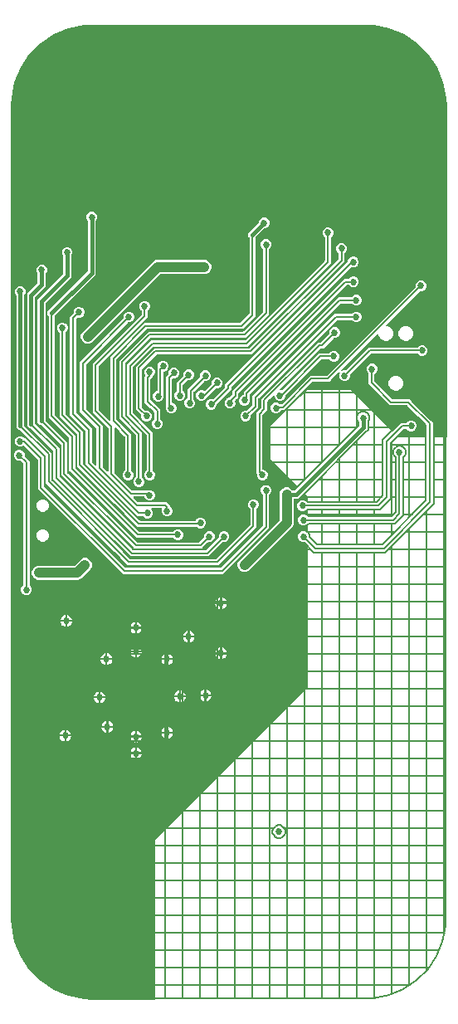
<source format=gbl>
G04 EAGLE Gerber RS-274X export*
G75*
%MOMM*%
%FSLAX34Y34*%
%LPD*%
%INBottom Copper*%
%IPPOS*%
%AMOC8*
5,1,8,0,0,1.08239X$1,22.5*%
G01*
%ADD10C,0.203200*%
%ADD11C,1.016000*%
%ADD12C,0.685800*%
%ADD13C,0.406400*%

G36*
X149020Y2544D02*
X149020Y2544D01*
X149039Y2542D01*
X149141Y2564D01*
X149243Y2580D01*
X149260Y2590D01*
X149280Y2594D01*
X149369Y2647D01*
X149460Y2696D01*
X149474Y2710D01*
X149491Y2720D01*
X149558Y2799D01*
X149629Y2874D01*
X149638Y2892D01*
X149651Y2907D01*
X149690Y3003D01*
X149733Y3097D01*
X149735Y3117D01*
X149743Y3135D01*
X149761Y3302D01*
X149761Y165685D01*
X305538Y321462D01*
X305591Y321536D01*
X305651Y321605D01*
X305663Y321635D01*
X305682Y321661D01*
X305709Y321748D01*
X305743Y321833D01*
X305747Y321874D01*
X305754Y321897D01*
X305753Y321929D01*
X305761Y322000D01*
X305761Y465612D01*
X305747Y465702D01*
X305739Y465793D01*
X305727Y465823D01*
X305722Y465855D01*
X305679Y465935D01*
X305643Y466019D01*
X305617Y466051D01*
X305606Y466072D01*
X305583Y466094D01*
X305538Y466150D01*
X302373Y469315D01*
X302299Y469368D01*
X302230Y469428D01*
X302200Y469440D01*
X302173Y469459D01*
X302086Y469486D01*
X302002Y469520D01*
X301961Y469524D01*
X301938Y469531D01*
X301906Y469530D01*
X301835Y469538D01*
X299914Y469538D01*
X297906Y470370D01*
X296370Y471906D01*
X295538Y473914D01*
X295538Y476086D01*
X296370Y478094D01*
X297906Y479630D01*
X299914Y480462D01*
X302086Y480462D01*
X304094Y479630D01*
X304462Y479262D01*
X304520Y479221D01*
X304572Y479171D01*
X304619Y479149D01*
X304661Y479119D01*
X304730Y479098D01*
X304795Y479068D01*
X304847Y479062D01*
X304897Y479046D01*
X304968Y479048D01*
X305039Y479040D01*
X305090Y479051D01*
X305142Y479053D01*
X305210Y479077D01*
X305280Y479093D01*
X305324Y479119D01*
X305373Y479137D01*
X305429Y479182D01*
X305491Y479219D01*
X305525Y479258D01*
X305565Y479291D01*
X305604Y479351D01*
X305651Y479406D01*
X305670Y479454D01*
X305698Y479498D01*
X305716Y479567D01*
X305743Y479634D01*
X305751Y479705D01*
X305759Y479736D01*
X305757Y479760D01*
X305761Y479801D01*
X305761Y487199D01*
X305750Y487270D01*
X305748Y487342D01*
X305730Y487391D01*
X305722Y487442D01*
X305688Y487505D01*
X305663Y487573D01*
X305631Y487614D01*
X305606Y487659D01*
X305555Y487709D01*
X305510Y487765D01*
X305466Y487793D01*
X305428Y487829D01*
X305363Y487859D01*
X305303Y487898D01*
X305252Y487911D01*
X305205Y487932D01*
X305134Y487940D01*
X305064Y487958D01*
X305012Y487954D01*
X304961Y487960D01*
X304890Y487944D01*
X304819Y487939D01*
X304771Y487918D01*
X304720Y487907D01*
X304659Y487870D01*
X304593Y487842D01*
X304537Y487798D01*
X304509Y487781D01*
X304494Y487763D01*
X304462Y487738D01*
X304094Y487370D01*
X302086Y486538D01*
X299914Y486538D01*
X297906Y487370D01*
X296370Y488906D01*
X295538Y490914D01*
X295538Y493086D01*
X296370Y495094D01*
X297906Y496630D01*
X299914Y497462D01*
X302086Y497462D01*
X304094Y496630D01*
X304462Y496262D01*
X304520Y496221D01*
X304572Y496171D01*
X304619Y496149D01*
X304661Y496119D01*
X304730Y496098D01*
X304795Y496068D01*
X304847Y496062D01*
X304897Y496046D01*
X304968Y496048D01*
X305039Y496040D01*
X305090Y496051D01*
X305142Y496053D01*
X305210Y496077D01*
X305280Y496093D01*
X305324Y496119D01*
X305373Y496137D01*
X305429Y496182D01*
X305491Y496219D01*
X305525Y496258D01*
X305565Y496291D01*
X305604Y496351D01*
X305651Y496406D01*
X305670Y496454D01*
X305698Y496498D01*
X305716Y496567D01*
X305743Y496634D01*
X305751Y496705D01*
X305759Y496736D01*
X305757Y496760D01*
X305761Y496801D01*
X305761Y502449D01*
X305750Y502520D01*
X305748Y502592D01*
X305730Y502641D01*
X305722Y502692D01*
X305688Y502755D01*
X305663Y502823D01*
X305631Y502864D01*
X305606Y502909D01*
X305555Y502959D01*
X305510Y503015D01*
X305466Y503043D01*
X305428Y503079D01*
X305363Y503109D01*
X305303Y503148D01*
X305252Y503161D01*
X305205Y503182D01*
X305134Y503190D01*
X305064Y503208D01*
X305012Y503204D01*
X304961Y503210D01*
X304890Y503194D01*
X304819Y503189D01*
X304771Y503168D01*
X304720Y503157D01*
X304659Y503120D01*
X304593Y503092D01*
X304537Y503048D01*
X304509Y503031D01*
X304494Y503013D01*
X304462Y502988D01*
X303344Y501870D01*
X301336Y501038D01*
X299164Y501038D01*
X297156Y501870D01*
X295620Y503406D01*
X294788Y505414D01*
X294788Y507586D01*
X295620Y509594D01*
X297156Y511130D01*
X299164Y511962D01*
X301336Y511962D01*
X303344Y511130D01*
X304462Y510012D01*
X304520Y509971D01*
X304572Y509921D01*
X304619Y509899D01*
X304661Y509869D01*
X304730Y509848D01*
X304795Y509818D01*
X304847Y509812D01*
X304897Y509796D01*
X304968Y509798D01*
X305039Y509790D01*
X305090Y509801D01*
X305142Y509803D01*
X305210Y509827D01*
X305280Y509843D01*
X305324Y509869D01*
X305373Y509887D01*
X305429Y509932D01*
X305491Y509969D01*
X305525Y510008D01*
X305565Y510041D01*
X305604Y510101D01*
X305651Y510156D01*
X305670Y510204D01*
X305698Y510248D01*
X305716Y510317D01*
X305743Y510384D01*
X305751Y510455D01*
X305759Y510486D01*
X305757Y510510D01*
X305761Y510551D01*
X305761Y516000D01*
X305747Y516090D01*
X305739Y516181D01*
X305727Y516211D01*
X305722Y516243D01*
X305679Y516323D01*
X305643Y516407D01*
X305617Y516440D01*
X305606Y516460D01*
X305583Y516482D01*
X305538Y516538D01*
X302451Y519626D01*
X302435Y519637D01*
X302422Y519653D01*
X302335Y519709D01*
X302251Y519769D01*
X302232Y519775D01*
X302215Y519786D01*
X302115Y519811D01*
X302016Y519842D01*
X301996Y519841D01*
X301977Y519846D01*
X301874Y519838D01*
X301770Y519835D01*
X301751Y519828D01*
X301731Y519827D01*
X301636Y519786D01*
X301539Y519751D01*
X301523Y519738D01*
X301505Y519731D01*
X301374Y519626D01*
X295684Y513935D01*
X291874Y513935D01*
X291854Y513932D01*
X291835Y513934D01*
X291733Y513912D01*
X291631Y513896D01*
X291614Y513886D01*
X291594Y513882D01*
X291505Y513829D01*
X291414Y513780D01*
X291400Y513766D01*
X291383Y513756D01*
X291316Y513677D01*
X291244Y513602D01*
X291236Y513584D01*
X291223Y513569D01*
X291184Y513473D01*
X291141Y513379D01*
X291139Y513359D01*
X291131Y513341D01*
X291113Y513174D01*
X291113Y487585D01*
X290030Y484971D01*
X245029Y439970D01*
X242415Y438887D01*
X239585Y438887D01*
X236971Y439970D01*
X234970Y441971D01*
X233887Y444585D01*
X233887Y447415D01*
X234970Y450029D01*
X276664Y491723D01*
X276717Y491797D01*
X276777Y491867D01*
X276789Y491897D01*
X276808Y491923D01*
X276835Y492010D01*
X276869Y492095D01*
X276873Y492136D01*
X276880Y492158D01*
X276879Y492190D01*
X276887Y492262D01*
X276887Y519415D01*
X277970Y522029D01*
X279971Y524030D01*
X282585Y525113D01*
X285415Y525113D01*
X288029Y524030D01*
X289771Y522288D01*
X289845Y522235D01*
X289915Y522175D01*
X289945Y522163D01*
X289971Y522144D01*
X290058Y522117D01*
X290143Y522083D01*
X290184Y522079D01*
X290206Y522072D01*
X290238Y522073D01*
X290309Y522065D01*
X292001Y522065D01*
X292091Y522079D01*
X292182Y522087D01*
X292212Y522099D01*
X292244Y522104D01*
X292324Y522147D01*
X292408Y522183D01*
X292440Y522209D01*
X292461Y522220D01*
X292483Y522243D01*
X292539Y522288D01*
X295626Y525374D01*
X295637Y525390D01*
X295653Y525403D01*
X295709Y525490D01*
X295769Y525574D01*
X295775Y525593D01*
X295786Y525610D01*
X295811Y525710D01*
X295842Y525809D01*
X295841Y525829D01*
X295846Y525848D01*
X295838Y525951D01*
X295835Y526055D01*
X295828Y526074D01*
X295827Y526093D01*
X295787Y526188D01*
X295751Y526286D01*
X295738Y526302D01*
X295731Y526320D01*
X295626Y526451D01*
X267761Y554315D01*
X267761Y587685D01*
X304315Y624239D01*
X349685Y624239D01*
X391268Y582656D01*
X391284Y582644D01*
X391296Y582629D01*
X391384Y582572D01*
X391467Y582512D01*
X391486Y582506D01*
X391503Y582496D01*
X391604Y582470D01*
X391702Y582440D01*
X391722Y582440D01*
X391742Y582436D01*
X391845Y582444D01*
X391948Y582446D01*
X391967Y582453D01*
X391987Y582455D01*
X392082Y582495D01*
X392179Y582531D01*
X392195Y582543D01*
X392213Y582551D01*
X392344Y582656D01*
X398728Y589040D01*
X400737Y591049D01*
X406009Y591049D01*
X406099Y591063D01*
X406190Y591071D01*
X406220Y591083D01*
X406252Y591088D01*
X406333Y591131D01*
X406417Y591167D01*
X406449Y591193D01*
X406469Y591204D01*
X406492Y591227D01*
X406548Y591272D01*
X407906Y592630D01*
X409914Y593462D01*
X412086Y593462D01*
X414094Y592630D01*
X415630Y591094D01*
X416462Y589086D01*
X416462Y586914D01*
X415630Y584906D01*
X414094Y583370D01*
X412086Y582538D01*
X409914Y582538D01*
X407906Y583370D01*
X406548Y584728D01*
X406474Y584781D01*
X406404Y584841D01*
X406374Y584853D01*
X406348Y584872D01*
X406261Y584899D01*
X406176Y584933D01*
X406135Y584937D01*
X406113Y584944D01*
X406081Y584943D01*
X406009Y584951D01*
X403578Y584951D01*
X403488Y584937D01*
X403397Y584929D01*
X403367Y584917D01*
X403335Y584912D01*
X403255Y584869D01*
X403171Y584833D01*
X403139Y584807D01*
X403118Y584796D01*
X403096Y584773D01*
X403040Y584728D01*
X396656Y578344D01*
X396644Y578328D01*
X396629Y578316D01*
X396573Y578228D01*
X396512Y578144D01*
X396506Y578125D01*
X396496Y578109D01*
X396470Y578008D01*
X396440Y577909D01*
X396440Y577889D01*
X396436Y577870D01*
X396444Y577767D01*
X396446Y577663D01*
X396453Y577645D01*
X396455Y577625D01*
X396495Y577530D01*
X396531Y577432D01*
X396543Y577417D01*
X396551Y577399D01*
X396656Y577268D01*
X397462Y576462D01*
X397536Y576409D01*
X397605Y576349D01*
X397635Y576337D01*
X397661Y576318D01*
X397749Y576291D01*
X397833Y576257D01*
X397874Y576253D01*
X397897Y576246D01*
X397929Y576247D01*
X398000Y576239D01*
X426190Y576239D01*
X426210Y576242D01*
X426229Y576240D01*
X426331Y576262D01*
X426433Y576279D01*
X426450Y576288D01*
X426470Y576292D01*
X426559Y576345D01*
X426650Y576394D01*
X426664Y576408D01*
X426681Y576418D01*
X426748Y576497D01*
X426820Y576572D01*
X426828Y576590D01*
X426841Y576605D01*
X426880Y576701D01*
X426923Y576795D01*
X426925Y576815D01*
X426933Y576833D01*
X426951Y577000D01*
X426951Y588758D01*
X426937Y588848D01*
X426929Y588939D01*
X426917Y588969D01*
X426912Y589001D01*
X426869Y589082D01*
X426833Y589166D01*
X426807Y589198D01*
X426796Y589218D01*
X426773Y589241D01*
X426728Y589297D01*
X407297Y608728D01*
X407223Y608781D01*
X407153Y608841D01*
X407123Y608853D01*
X407097Y608872D01*
X407010Y608899D01*
X406925Y608933D01*
X406884Y608937D01*
X406862Y608944D01*
X406830Y608943D01*
X406758Y608951D01*
X389084Y608951D01*
X367574Y630461D01*
X367574Y641386D01*
X367560Y641476D01*
X367552Y641567D01*
X367540Y641597D01*
X367535Y641629D01*
X367492Y641710D01*
X367456Y641794D01*
X367430Y641826D01*
X367419Y641846D01*
X367396Y641869D01*
X367351Y641925D01*
X366370Y642906D01*
X365538Y644914D01*
X365538Y647086D01*
X366370Y649094D01*
X367906Y650630D01*
X369914Y651462D01*
X372086Y651462D01*
X374094Y650630D01*
X375630Y649094D01*
X376462Y647086D01*
X376462Y644914D01*
X375630Y642906D01*
X374068Y641344D01*
X374043Y641328D01*
X373942Y641268D01*
X373938Y641263D01*
X373933Y641260D01*
X373858Y641170D01*
X373782Y641081D01*
X373780Y641075D01*
X373776Y641071D01*
X373734Y640962D01*
X373690Y640853D01*
X373689Y640846D01*
X373688Y640841D01*
X373687Y640823D01*
X373672Y640686D01*
X373672Y633302D01*
X373686Y633212D01*
X373694Y633121D01*
X373706Y633091D01*
X373711Y633059D01*
X373754Y632978D01*
X373790Y632894D01*
X373816Y632862D01*
X373827Y632842D01*
X373850Y632819D01*
X373895Y632763D01*
X391386Y615272D01*
X391460Y615219D01*
X391530Y615159D01*
X391560Y615147D01*
X391586Y615128D01*
X391673Y615101D01*
X391758Y615067D01*
X391799Y615063D01*
X391821Y615056D01*
X391853Y615057D01*
X391925Y615049D01*
X409599Y615049D01*
X411608Y613040D01*
X431040Y593608D01*
X433049Y591599D01*
X433049Y577000D01*
X433052Y576980D01*
X433050Y576961D01*
X433072Y576859D01*
X433088Y576757D01*
X433098Y576740D01*
X433102Y576720D01*
X433155Y576631D01*
X433204Y576540D01*
X433218Y576526D01*
X433228Y576509D01*
X433307Y576442D01*
X433382Y576371D01*
X433400Y576362D01*
X433415Y576349D01*
X433511Y576310D01*
X433605Y576267D01*
X433625Y576265D01*
X433643Y576257D01*
X433810Y576239D01*
X446698Y576239D01*
X446718Y576242D01*
X446737Y576240D01*
X446839Y576262D01*
X446941Y576279D01*
X446958Y576288D01*
X446978Y576292D01*
X447067Y576345D01*
X447158Y576394D01*
X447172Y576408D01*
X447189Y576418D01*
X447256Y576497D01*
X447328Y576572D01*
X447336Y576590D01*
X447349Y576605D01*
X447388Y576701D01*
X447431Y576795D01*
X447433Y576815D01*
X447441Y576833D01*
X447459Y577000D01*
X447459Y914645D01*
X447457Y914659D01*
X447458Y914682D01*
X447063Y922725D01*
X447056Y922757D01*
X447050Y922836D01*
X443911Y938612D01*
X443903Y938634D01*
X443868Y938755D01*
X437713Y953616D01*
X437700Y953636D01*
X437642Y953747D01*
X428706Y967122D01*
X428689Y967140D01*
X428611Y967237D01*
X417237Y978611D01*
X417218Y978625D01*
X417122Y978706D01*
X403747Y987642D01*
X403726Y987652D01*
X403616Y987713D01*
X388755Y993868D01*
X388732Y993874D01*
X388612Y993911D01*
X372836Y997050D01*
X372803Y997051D01*
X372725Y997063D01*
X364682Y997458D01*
X364668Y997457D01*
X364645Y997459D01*
X85355Y997459D01*
X85341Y997457D01*
X85318Y997458D01*
X77275Y997063D01*
X77243Y997056D01*
X77164Y997050D01*
X61388Y993911D01*
X61366Y993903D01*
X61245Y993868D01*
X46384Y987713D01*
X46364Y987700D01*
X46253Y987642D01*
X32878Y978706D01*
X32860Y978689D01*
X32763Y978611D01*
X21389Y967237D01*
X21375Y967218D01*
X21294Y967122D01*
X12358Y953747D01*
X12348Y953726D01*
X12287Y953616D01*
X6132Y938755D01*
X6126Y938732D01*
X6089Y938612D01*
X2950Y922836D01*
X2949Y922803D01*
X2937Y922725D01*
X2542Y914682D01*
X2543Y914668D01*
X2541Y914645D01*
X2541Y85355D01*
X2543Y85341D01*
X2542Y85318D01*
X2937Y77275D01*
X2944Y77243D01*
X2950Y77164D01*
X6089Y61388D01*
X6097Y61366D01*
X6132Y61245D01*
X12287Y46384D01*
X12300Y46364D01*
X12358Y46253D01*
X21294Y32878D01*
X21311Y32860D01*
X21389Y32763D01*
X32763Y21389D01*
X32782Y21375D01*
X32878Y21294D01*
X46253Y12358D01*
X46274Y12348D01*
X46384Y12287D01*
X61245Y6132D01*
X61268Y6126D01*
X61388Y6089D01*
X77164Y2950D01*
X77197Y2949D01*
X77275Y2937D01*
X85318Y2542D01*
X85332Y2543D01*
X85355Y2541D01*
X149000Y2541D01*
X149020Y2544D01*
G37*
%LPC*%
G36*
X140914Y493538D02*
X140914Y493538D01*
X138906Y494370D01*
X137548Y495728D01*
X137474Y495781D01*
X137404Y495841D01*
X137374Y495853D01*
X137348Y495872D01*
X137261Y495899D01*
X137176Y495933D01*
X137135Y495937D01*
X137113Y495944D01*
X137081Y495943D01*
X137009Y495951D01*
X131737Y495951D01*
X78951Y548737D01*
X78951Y582422D01*
X78937Y582512D01*
X78929Y582603D01*
X78917Y582633D01*
X78912Y582665D01*
X78869Y582745D01*
X78833Y582829D01*
X78807Y582861D01*
X78796Y582882D01*
X78773Y582904D01*
X78728Y582960D01*
X62951Y598737D01*
X62951Y699263D01*
X66315Y702627D01*
X66368Y702701D01*
X66428Y702770D01*
X66440Y702800D01*
X66459Y702827D01*
X66486Y702913D01*
X66520Y702998D01*
X66524Y703039D01*
X66531Y703062D01*
X66530Y703094D01*
X66538Y703165D01*
X66538Y705086D01*
X67370Y707094D01*
X68906Y708630D01*
X70914Y709462D01*
X73086Y709462D01*
X75094Y708630D01*
X76630Y707094D01*
X77462Y705086D01*
X77462Y702914D01*
X76630Y700906D01*
X75094Y699370D01*
X73086Y698538D01*
X71165Y698538D01*
X71075Y698524D01*
X70984Y698516D01*
X70954Y698504D01*
X70922Y698499D01*
X70842Y698456D01*
X70758Y698420D01*
X70726Y698394D01*
X70705Y698383D01*
X70683Y698360D01*
X70627Y698315D01*
X69272Y696960D01*
X69219Y696886D01*
X69159Y696817D01*
X69147Y696787D01*
X69128Y696760D01*
X69101Y696673D01*
X69067Y696589D01*
X69063Y696548D01*
X69056Y696525D01*
X69057Y696493D01*
X69049Y696422D01*
X69049Y601578D01*
X69063Y601488D01*
X69071Y601397D01*
X69083Y601367D01*
X69088Y601335D01*
X69131Y601255D01*
X69167Y601171D01*
X69193Y601139D01*
X69204Y601118D01*
X69227Y601096D01*
X69272Y601040D01*
X85049Y585263D01*
X85049Y551578D01*
X85063Y551488D01*
X85071Y551397D01*
X85083Y551367D01*
X85088Y551335D01*
X85131Y551255D01*
X85167Y551171D01*
X85193Y551139D01*
X85204Y551118D01*
X85227Y551096D01*
X85272Y551040D01*
X88652Y547660D01*
X88710Y547618D01*
X88762Y547569D01*
X88809Y547547D01*
X88851Y547516D01*
X88920Y547495D01*
X88985Y547465D01*
X89037Y547459D01*
X89087Y547444D01*
X89158Y547446D01*
X89229Y547438D01*
X89280Y547449D01*
X89332Y547450D01*
X89400Y547475D01*
X89470Y547490D01*
X89515Y547517D01*
X89563Y547535D01*
X89619Y547580D01*
X89681Y547616D01*
X89715Y547656D01*
X89755Y547688D01*
X89794Y547749D01*
X89841Y547803D01*
X89860Y547852D01*
X89888Y547895D01*
X89906Y547965D01*
X89933Y548031D01*
X89941Y548103D01*
X89949Y548134D01*
X89947Y548157D01*
X89951Y548198D01*
X89951Y585422D01*
X89937Y585512D01*
X89929Y585603D01*
X89917Y585633D01*
X89912Y585665D01*
X89869Y585745D01*
X89833Y585829D01*
X89807Y585861D01*
X89796Y585882D01*
X89773Y585904D01*
X89728Y585960D01*
X72951Y602737D01*
X72951Y653263D01*
X117315Y697627D01*
X117368Y697701D01*
X117428Y697770D01*
X117440Y697800D01*
X117459Y697827D01*
X117486Y697914D01*
X117520Y697998D01*
X117524Y698039D01*
X117531Y698062D01*
X117530Y698094D01*
X117538Y698165D01*
X117538Y700086D01*
X118370Y702094D01*
X119906Y703630D01*
X121914Y704462D01*
X124086Y704462D01*
X126094Y703630D01*
X127630Y702094D01*
X128462Y700086D01*
X128462Y697914D01*
X127630Y695906D01*
X126094Y694370D01*
X124086Y693538D01*
X122165Y693538D01*
X122075Y693524D01*
X121984Y693516D01*
X121954Y693504D01*
X121922Y693499D01*
X121842Y693456D01*
X121758Y693420D01*
X121726Y693394D01*
X121705Y693383D01*
X121683Y693360D01*
X121627Y693315D01*
X79272Y650960D01*
X79219Y650886D01*
X79159Y650817D01*
X79147Y650787D01*
X79128Y650760D01*
X79101Y650673D01*
X79067Y650589D01*
X79063Y650548D01*
X79056Y650525D01*
X79057Y650493D01*
X79049Y650422D01*
X79049Y605578D01*
X79063Y605488D01*
X79071Y605397D01*
X79083Y605367D01*
X79088Y605335D01*
X79131Y605255D01*
X79167Y605171D01*
X79193Y605139D01*
X79204Y605118D01*
X79227Y605096D01*
X79272Y605040D01*
X96049Y588263D01*
X96049Y546578D01*
X96063Y546488D01*
X96071Y546397D01*
X96083Y546367D01*
X96088Y546335D01*
X96131Y546255D01*
X96167Y546171D01*
X96193Y546139D01*
X96204Y546118D01*
X96227Y546096D01*
X96272Y546040D01*
X100652Y541660D01*
X100710Y541618D01*
X100762Y541569D01*
X100809Y541547D01*
X100851Y541516D01*
X100920Y541495D01*
X100985Y541465D01*
X101037Y541459D01*
X101087Y541444D01*
X101158Y541446D01*
X101229Y541438D01*
X101280Y541449D01*
X101332Y541450D01*
X101400Y541475D01*
X101470Y541490D01*
X101515Y541517D01*
X101563Y541535D01*
X101619Y541580D01*
X101681Y541616D01*
X101715Y541656D01*
X101755Y541688D01*
X101794Y541749D01*
X101841Y541803D01*
X101860Y541852D01*
X101888Y541895D01*
X101906Y541965D01*
X101933Y542031D01*
X101941Y542103D01*
X101949Y542134D01*
X101947Y542157D01*
X101951Y542198D01*
X101951Y585422D01*
X101937Y585512D01*
X101929Y585603D01*
X101917Y585633D01*
X101912Y585665D01*
X101869Y585745D01*
X101833Y585829D01*
X101807Y585861D01*
X101796Y585882D01*
X101773Y585904D01*
X101728Y585960D01*
X87960Y599728D01*
X85951Y601737D01*
X85951Y651263D01*
X135728Y701040D01*
X135781Y701114D01*
X135841Y701183D01*
X135853Y701213D01*
X135872Y701240D01*
X135899Y701327D01*
X135933Y701411D01*
X135937Y701452D01*
X135944Y701475D01*
X135943Y701507D01*
X135951Y701578D01*
X135951Y705009D01*
X135937Y705099D01*
X135929Y705190D01*
X135917Y705220D01*
X135912Y705252D01*
X135869Y705333D01*
X135833Y705417D01*
X135807Y705449D01*
X135796Y705469D01*
X135773Y705492D01*
X135728Y705548D01*
X134370Y706906D01*
X133538Y708914D01*
X133538Y711086D01*
X134370Y713094D01*
X135906Y714630D01*
X137914Y715462D01*
X140086Y715462D01*
X142094Y714630D01*
X143630Y713094D01*
X144462Y711086D01*
X144462Y708914D01*
X143630Y706906D01*
X142272Y705548D01*
X142219Y705474D01*
X142159Y705404D01*
X142147Y705374D01*
X142128Y705348D01*
X142101Y705261D01*
X142067Y705176D01*
X142063Y705135D01*
X142056Y705113D01*
X142057Y705081D01*
X142049Y705009D01*
X142049Y698737D01*
X92272Y648960D01*
X92219Y648886D01*
X92159Y648817D01*
X92147Y648787D01*
X92128Y648760D01*
X92101Y648673D01*
X92067Y648589D01*
X92063Y648548D01*
X92056Y648525D01*
X92057Y648493D01*
X92049Y648422D01*
X92049Y604578D01*
X92063Y604488D01*
X92071Y604397D01*
X92083Y604367D01*
X92088Y604335D01*
X92131Y604255D01*
X92167Y604171D01*
X92193Y604139D01*
X92204Y604118D01*
X92227Y604096D01*
X92272Y604040D01*
X102652Y593660D01*
X102710Y593618D01*
X102762Y593569D01*
X102809Y593547D01*
X102851Y593516D01*
X102920Y593495D01*
X102985Y593465D01*
X103037Y593459D01*
X103087Y593444D01*
X103158Y593446D01*
X103229Y593438D01*
X103280Y593449D01*
X103332Y593450D01*
X103400Y593475D01*
X103470Y593490D01*
X103515Y593517D01*
X103563Y593535D01*
X103619Y593580D01*
X103681Y593616D01*
X103715Y593656D01*
X103755Y593688D01*
X103794Y593749D01*
X103841Y593803D01*
X103860Y593852D01*
X103888Y593895D01*
X103906Y593965D01*
X103933Y594031D01*
X103941Y594103D01*
X103949Y594134D01*
X103947Y594157D01*
X103951Y594198D01*
X103951Y658263D01*
X138737Y693049D01*
X236422Y693049D01*
X236512Y693063D01*
X236603Y693071D01*
X236633Y693083D01*
X236665Y693088D01*
X236745Y693131D01*
X236829Y693167D01*
X236861Y693193D01*
X236882Y693204D01*
X236904Y693227D01*
X236960Y693272D01*
X245728Y702040D01*
X245781Y702114D01*
X245841Y702183D01*
X245853Y702213D01*
X245872Y702240D01*
X245899Y702327D01*
X245933Y702411D01*
X245937Y702452D01*
X245944Y702475D01*
X245943Y702507D01*
X245951Y702578D01*
X245951Y779985D01*
X245937Y780075D01*
X245929Y780166D01*
X245917Y780196D01*
X245912Y780228D01*
X245869Y780308D01*
X245833Y780392D01*
X245807Y780424D01*
X245796Y780445D01*
X245773Y780467D01*
X245728Y780523D01*
X244935Y781316D01*
X244935Y784684D01*
X255315Y795064D01*
X255368Y795138D01*
X255428Y795207D01*
X255440Y795237D01*
X255459Y795263D01*
X255486Y795350D01*
X255520Y795435D01*
X255524Y795476D01*
X255531Y795499D01*
X255530Y795531D01*
X255538Y795602D01*
X255538Y796086D01*
X256370Y798094D01*
X257906Y799630D01*
X259914Y800462D01*
X262086Y800462D01*
X264094Y799630D01*
X265630Y798094D01*
X266462Y796086D01*
X266462Y793914D01*
X265630Y791906D01*
X264094Y790370D01*
X262086Y789538D01*
X261602Y789538D01*
X261512Y789524D01*
X261421Y789516D01*
X261391Y789504D01*
X261359Y789499D01*
X261279Y789456D01*
X261195Y789420D01*
X261163Y789394D01*
X261142Y789383D01*
X261120Y789360D01*
X261064Y789315D01*
X252272Y780523D01*
X252219Y780449D01*
X252159Y780380D01*
X252147Y780350D01*
X252128Y780324D01*
X252101Y780237D01*
X252067Y780152D01*
X252063Y780111D01*
X252056Y780088D01*
X252057Y780056D01*
X252049Y779985D01*
X252049Y699737D01*
X239263Y686951D01*
X141578Y686951D01*
X141488Y686937D01*
X141397Y686929D01*
X141367Y686917D01*
X141335Y686912D01*
X141255Y686869D01*
X141171Y686833D01*
X141139Y686807D01*
X141118Y686796D01*
X141096Y686773D01*
X141040Y686728D01*
X110272Y655960D01*
X110219Y655886D01*
X110159Y655817D01*
X110147Y655787D01*
X110128Y655760D01*
X110101Y655673D01*
X110067Y655589D01*
X110063Y655548D01*
X110056Y655525D01*
X110057Y655493D01*
X110049Y655422D01*
X110049Y594578D01*
X110063Y594488D01*
X110071Y594397D01*
X110083Y594367D01*
X110088Y594335D01*
X110131Y594255D01*
X110167Y594171D01*
X110193Y594139D01*
X110204Y594118D01*
X110227Y594096D01*
X110272Y594040D01*
X125049Y579263D01*
X125049Y542903D01*
X125063Y542813D01*
X125071Y542722D01*
X125083Y542692D01*
X125088Y542660D01*
X125131Y542579D01*
X125167Y542495D01*
X125193Y542463D01*
X125204Y542443D01*
X125227Y542420D01*
X125272Y542364D01*
X126630Y541006D01*
X127462Y538998D01*
X127462Y536826D01*
X126630Y534818D01*
X125094Y533282D01*
X123086Y532450D01*
X120914Y532450D01*
X118906Y533282D01*
X117370Y534818D01*
X116538Y536826D01*
X116538Y538998D01*
X117370Y541006D01*
X118728Y542364D01*
X118781Y542438D01*
X118841Y542508D01*
X118853Y542538D01*
X118872Y542564D01*
X118899Y542651D01*
X118933Y542736D01*
X118937Y542777D01*
X118944Y542799D01*
X118943Y542831D01*
X118951Y542903D01*
X118951Y576422D01*
X118937Y576512D01*
X118929Y576603D01*
X118917Y576633D01*
X118912Y576665D01*
X118869Y576745D01*
X118833Y576829D01*
X118807Y576861D01*
X118796Y576882D01*
X118773Y576904D01*
X118728Y576960D01*
X109348Y586340D01*
X109290Y586382D01*
X109238Y586431D01*
X109191Y586453D01*
X109149Y586484D01*
X109080Y586505D01*
X109015Y586535D01*
X108963Y586541D01*
X108913Y586556D01*
X108842Y586554D01*
X108771Y586562D01*
X108720Y586551D01*
X108668Y586550D01*
X108600Y586525D01*
X108530Y586510D01*
X108485Y586483D01*
X108437Y586465D01*
X108381Y586420D01*
X108319Y586384D01*
X108285Y586344D01*
X108245Y586312D01*
X108206Y586251D01*
X108159Y586197D01*
X108140Y586148D01*
X108112Y586105D01*
X108094Y586035D01*
X108067Y585969D01*
X108059Y585897D01*
X108051Y585866D01*
X108053Y585843D01*
X108049Y585802D01*
X108049Y540578D01*
X108063Y540488D01*
X108071Y540397D01*
X108083Y540367D01*
X108088Y540335D01*
X108131Y540255D01*
X108167Y540171D01*
X108193Y540139D01*
X108204Y540118D01*
X108227Y540096D01*
X108272Y540040D01*
X126040Y522272D01*
X126114Y522219D01*
X126183Y522159D01*
X126213Y522147D01*
X126240Y522128D01*
X126327Y522101D01*
X126411Y522067D01*
X126452Y522063D01*
X126475Y522056D01*
X126507Y522057D01*
X126578Y522049D01*
X141765Y522049D01*
X141830Y522059D01*
X141895Y522060D01*
X141975Y522083D01*
X142008Y522088D01*
X142025Y522098D01*
X142056Y522107D01*
X142914Y522462D01*
X145086Y522462D01*
X147094Y521630D01*
X148630Y520094D01*
X149462Y518086D01*
X149462Y515914D01*
X148630Y513906D01*
X147094Y512370D01*
X145086Y511538D01*
X142914Y511538D01*
X140906Y512370D01*
X139370Y513906D01*
X138717Y515481D01*
X138655Y515581D01*
X138596Y515681D01*
X138591Y515685D01*
X138588Y515690D01*
X138497Y515765D01*
X138409Y515841D01*
X138403Y515843D01*
X138398Y515847D01*
X138290Y515889D01*
X138181Y515933D01*
X138173Y515934D01*
X138169Y515935D01*
X138150Y515936D01*
X138014Y515951D01*
X128198Y515951D01*
X128127Y515940D01*
X128056Y515938D01*
X128007Y515920D01*
X127955Y515912D01*
X127892Y515878D01*
X127825Y515853D01*
X127784Y515821D01*
X127738Y515796D01*
X127689Y515744D01*
X127633Y515700D01*
X127604Y515656D01*
X127569Y515618D01*
X127538Y515553D01*
X127500Y515493D01*
X127487Y515442D01*
X127465Y515395D01*
X127457Y515324D01*
X127440Y515254D01*
X127444Y515202D01*
X127438Y515151D01*
X127453Y515080D01*
X127459Y515009D01*
X127479Y514961D01*
X127490Y514910D01*
X127527Y514849D01*
X127555Y514783D01*
X127600Y514727D01*
X127616Y514699D01*
X127634Y514684D01*
X127660Y514652D01*
X132108Y510204D01*
X132182Y510151D01*
X132251Y510091D01*
X132281Y510079D01*
X132308Y510060D01*
X132395Y510033D01*
X132479Y509999D01*
X132520Y509995D01*
X132543Y509988D01*
X132575Y509989D01*
X132646Y509981D01*
X161331Y509981D01*
X165049Y506263D01*
X165049Y505991D01*
X165063Y505901D01*
X165071Y505810D01*
X165083Y505780D01*
X165088Y505748D01*
X165131Y505667D01*
X165167Y505583D01*
X165193Y505551D01*
X165204Y505531D01*
X165227Y505508D01*
X165272Y505452D01*
X166630Y504094D01*
X167462Y502086D01*
X167462Y499914D01*
X166630Y497906D01*
X165094Y496370D01*
X163086Y495538D01*
X160914Y495538D01*
X158906Y496370D01*
X157370Y497906D01*
X156538Y499914D01*
X156538Y502086D01*
X156847Y502831D01*
X156857Y502875D01*
X156876Y502917D01*
X156885Y502994D01*
X156903Y503070D01*
X156898Y503116D01*
X156903Y503161D01*
X156887Y503238D01*
X156880Y503315D01*
X156861Y503357D01*
X156851Y503402D01*
X156811Y503469D01*
X156780Y503540D01*
X156749Y503574D01*
X156725Y503613D01*
X156666Y503664D01*
X156613Y503721D01*
X156573Y503743D01*
X156538Y503773D01*
X156466Y503802D01*
X156398Y503839D01*
X156353Y503848D01*
X156310Y503865D01*
X156174Y503880D01*
X156156Y503883D01*
X156151Y503882D01*
X156143Y503883D01*
X146679Y503883D01*
X146608Y503872D01*
X146536Y503870D01*
X146487Y503852D01*
X146436Y503844D01*
X146373Y503810D01*
X146305Y503785D01*
X146264Y503753D01*
X146218Y503728D01*
X146169Y503677D01*
X146113Y503632D01*
X146085Y503588D01*
X146049Y503550D01*
X146019Y503485D01*
X145980Y503425D01*
X145967Y503374D01*
X145945Y503327D01*
X145938Y503256D01*
X145920Y503186D01*
X145924Y503134D01*
X145918Y503083D01*
X145934Y503012D01*
X145939Y502941D01*
X145960Y502893D01*
X145971Y502842D01*
X146007Y502781D01*
X146036Y502715D01*
X146080Y502659D01*
X146097Y502631D01*
X146115Y502616D01*
X146140Y502584D01*
X146630Y502094D01*
X147462Y500086D01*
X147462Y497914D01*
X146630Y495906D01*
X145094Y494370D01*
X143086Y493538D01*
X140914Y493538D01*
G37*
%LPD*%
%LPC*%
G36*
X121737Y445951D02*
X121737Y445951D01*
X37951Y529737D01*
X37951Y557422D01*
X37937Y557512D01*
X37929Y557603D01*
X37917Y557633D01*
X37912Y557665D01*
X37869Y557745D01*
X37833Y557829D01*
X37807Y557861D01*
X37796Y557882D01*
X37773Y557904D01*
X37728Y557960D01*
X11976Y583712D01*
X11902Y583765D01*
X11833Y583825D01*
X11803Y583837D01*
X11776Y583856D01*
X11689Y583883D01*
X11605Y583917D01*
X11564Y583921D01*
X11541Y583928D01*
X11509Y583927D01*
X11438Y583935D01*
X10316Y583935D01*
X7935Y586316D01*
X7935Y721025D01*
X7921Y721115D01*
X7913Y721206D01*
X7901Y721236D01*
X7896Y721268D01*
X7853Y721349D01*
X7817Y721433D01*
X7791Y721465D01*
X7780Y721485D01*
X7757Y721508D01*
X7712Y721564D01*
X7370Y721906D01*
X6538Y723914D01*
X6538Y726086D01*
X7370Y728094D01*
X8906Y729630D01*
X10914Y730462D01*
X13086Y730462D01*
X15094Y729630D01*
X16630Y728094D01*
X17462Y726086D01*
X17462Y723914D01*
X16630Y721906D01*
X16288Y721564D01*
X16235Y721490D01*
X16175Y721420D01*
X16163Y721390D01*
X16144Y721364D01*
X16117Y721277D01*
X16083Y721192D01*
X16079Y721151D01*
X16072Y721129D01*
X16073Y721097D01*
X16065Y721025D01*
X16065Y588562D01*
X16079Y588472D01*
X16087Y588381D01*
X16099Y588351D01*
X16104Y588319D01*
X16147Y588239D01*
X16183Y588155D01*
X16209Y588123D01*
X16220Y588102D01*
X16243Y588080D01*
X16288Y588024D01*
X44049Y560263D01*
X44049Y532578D01*
X44063Y532488D01*
X44071Y532397D01*
X44083Y532367D01*
X44088Y532335D01*
X44131Y532255D01*
X44167Y532171D01*
X44193Y532139D01*
X44204Y532118D01*
X44227Y532096D01*
X44272Y532040D01*
X124040Y452272D01*
X124114Y452219D01*
X124183Y452159D01*
X124213Y452147D01*
X124240Y452128D01*
X124327Y452101D01*
X124411Y452067D01*
X124452Y452063D01*
X124475Y452056D01*
X124507Y452057D01*
X124578Y452049D01*
X211422Y452049D01*
X211512Y452063D01*
X211603Y452071D01*
X211633Y452083D01*
X211665Y452088D01*
X211745Y452131D01*
X211829Y452167D01*
X211861Y452193D01*
X211882Y452204D01*
X211904Y452227D01*
X211960Y452272D01*
X246728Y487040D01*
X246781Y487114D01*
X246841Y487183D01*
X246853Y487213D01*
X246872Y487240D01*
X246899Y487327D01*
X246933Y487411D01*
X246937Y487452D01*
X246944Y487475D01*
X246943Y487507D01*
X246951Y487578D01*
X246951Y502609D01*
X246937Y502699D01*
X246929Y502790D01*
X246917Y502820D01*
X246912Y502852D01*
X246869Y502933D01*
X246833Y503017D01*
X246807Y503049D01*
X246796Y503069D01*
X246773Y503092D01*
X246728Y503148D01*
X245370Y504506D01*
X244538Y506514D01*
X244538Y508686D01*
X245370Y510694D01*
X246906Y512230D01*
X248914Y513062D01*
X251086Y513062D01*
X253094Y512230D01*
X254630Y510694D01*
X255462Y508686D01*
X255462Y506514D01*
X254630Y504506D01*
X253272Y503148D01*
X253219Y503074D01*
X253159Y503004D01*
X253147Y502974D01*
X253128Y502948D01*
X253101Y502861D01*
X253067Y502776D01*
X253063Y502735D01*
X253056Y502713D01*
X253057Y502681D01*
X253049Y502609D01*
X253049Y484737D01*
X214263Y445951D01*
X121737Y445951D01*
G37*
%LPD*%
%LPC*%
G36*
X124737Y454951D02*
X124737Y454951D01*
X47960Y531728D01*
X45951Y533737D01*
X45951Y562422D01*
X45937Y562512D01*
X45929Y562603D01*
X45917Y562633D01*
X45912Y562665D01*
X45869Y562745D01*
X45833Y562829D01*
X45807Y562861D01*
X45796Y562882D01*
X45773Y562904D01*
X45728Y562960D01*
X22976Y585712D01*
X22902Y585765D01*
X22833Y585825D01*
X22803Y585837D01*
X22776Y585856D01*
X22689Y585883D01*
X22605Y585917D01*
X22564Y585921D01*
X22541Y585928D01*
X22509Y585927D01*
X22438Y585935D01*
X21316Y585935D01*
X18935Y588316D01*
X18935Y722684D01*
X29712Y733461D01*
X29765Y733535D01*
X29825Y733604D01*
X29837Y733634D01*
X29856Y733660D01*
X29883Y733747D01*
X29917Y733832D01*
X29921Y733873D01*
X29928Y733896D01*
X29927Y733928D01*
X29935Y733999D01*
X29935Y743025D01*
X29921Y743115D01*
X29913Y743206D01*
X29901Y743236D01*
X29896Y743268D01*
X29853Y743349D01*
X29817Y743433D01*
X29791Y743465D01*
X29780Y743485D01*
X29757Y743508D01*
X29712Y743564D01*
X29370Y743906D01*
X28538Y745914D01*
X28538Y748086D01*
X29370Y750094D01*
X30906Y751630D01*
X32914Y752462D01*
X35086Y752462D01*
X37094Y751630D01*
X38630Y750094D01*
X39462Y748086D01*
X39462Y745914D01*
X38630Y743906D01*
X38288Y743564D01*
X38235Y743490D01*
X38175Y743420D01*
X38163Y743390D01*
X38144Y743364D01*
X38117Y743277D01*
X38083Y743192D01*
X38079Y743151D01*
X38072Y743129D01*
X38073Y743097D01*
X38065Y743025D01*
X38065Y730316D01*
X27288Y719539D01*
X27235Y719465D01*
X27175Y719396D01*
X27163Y719366D01*
X27144Y719340D01*
X27117Y719253D01*
X27083Y719168D01*
X27079Y719127D01*
X27072Y719104D01*
X27073Y719072D01*
X27065Y719001D01*
X27065Y590562D01*
X27079Y590472D01*
X27087Y590381D01*
X27099Y590351D01*
X27104Y590319D01*
X27147Y590239D01*
X27183Y590155D01*
X27209Y590123D01*
X27220Y590102D01*
X27243Y590080D01*
X27288Y590024D01*
X52049Y565263D01*
X52049Y536578D01*
X52063Y536488D01*
X52071Y536397D01*
X52083Y536367D01*
X52088Y536335D01*
X52131Y536255D01*
X52167Y536171D01*
X52193Y536139D01*
X52204Y536118D01*
X52227Y536096D01*
X52272Y536040D01*
X127040Y461272D01*
X127114Y461219D01*
X127183Y461159D01*
X127213Y461147D01*
X127240Y461128D01*
X127327Y461101D01*
X127411Y461067D01*
X127452Y461063D01*
X127475Y461056D01*
X127507Y461057D01*
X127578Y461049D01*
X201422Y461049D01*
X201512Y461063D01*
X201603Y461071D01*
X201633Y461083D01*
X201665Y461088D01*
X201745Y461131D01*
X201829Y461167D01*
X201861Y461193D01*
X201882Y461204D01*
X201904Y461227D01*
X201960Y461272D01*
X214315Y473627D01*
X214368Y473701D01*
X214428Y473770D01*
X214440Y473800D01*
X214459Y473827D01*
X214486Y473914D01*
X214520Y473998D01*
X214524Y474039D01*
X214531Y474062D01*
X214530Y474094D01*
X214538Y474165D01*
X214538Y476086D01*
X215370Y478094D01*
X216906Y479630D01*
X218914Y480462D01*
X221086Y480462D01*
X223094Y479630D01*
X224630Y478094D01*
X225462Y476086D01*
X225462Y473914D01*
X224630Y471906D01*
X223094Y470370D01*
X221086Y469538D01*
X219165Y469538D01*
X219075Y469524D01*
X218984Y469516D01*
X218954Y469504D01*
X218922Y469499D01*
X218842Y469456D01*
X218758Y469420D01*
X218726Y469394D01*
X218705Y469383D01*
X218683Y469360D01*
X218627Y469315D01*
X204263Y454951D01*
X124737Y454951D01*
G37*
%LPD*%
%LPC*%
G36*
X128737Y462951D02*
X128737Y462951D01*
X53951Y537737D01*
X53951Y568422D01*
X53937Y568512D01*
X53929Y568603D01*
X53917Y568633D01*
X53912Y568665D01*
X53869Y568745D01*
X53833Y568829D01*
X53807Y568861D01*
X53796Y568882D01*
X53773Y568904D01*
X53728Y568960D01*
X33928Y588760D01*
X33854Y588813D01*
X33785Y588873D01*
X33755Y588885D01*
X33728Y588904D01*
X33641Y588931D01*
X33557Y588965D01*
X33516Y588969D01*
X33493Y588976D01*
X33461Y588975D01*
X33390Y588983D01*
X32268Y588983D01*
X29887Y591364D01*
X29887Y716636D01*
X55712Y742461D01*
X55765Y742535D01*
X55825Y742604D01*
X55837Y742634D01*
X55856Y742660D01*
X55883Y742747D01*
X55917Y742832D01*
X55921Y742873D01*
X55928Y742896D01*
X55927Y742928D01*
X55935Y742999D01*
X55935Y761025D01*
X55921Y761115D01*
X55913Y761206D01*
X55901Y761236D01*
X55896Y761268D01*
X55853Y761349D01*
X55817Y761433D01*
X55791Y761465D01*
X55780Y761485D01*
X55757Y761508D01*
X55712Y761564D01*
X55370Y761906D01*
X54538Y763914D01*
X54538Y766086D01*
X55370Y768094D01*
X56906Y769630D01*
X58914Y770462D01*
X61086Y770462D01*
X63094Y769630D01*
X64630Y768094D01*
X65462Y766086D01*
X65462Y763914D01*
X64630Y761906D01*
X64288Y761564D01*
X64235Y761490D01*
X64175Y761420D01*
X64163Y761390D01*
X64144Y761364D01*
X64117Y761277D01*
X64083Y761192D01*
X64079Y761151D01*
X64072Y761129D01*
X64073Y761097D01*
X64065Y761025D01*
X64065Y739316D01*
X38240Y713491D01*
X38187Y713417D01*
X38127Y713348D01*
X38115Y713318D01*
X38096Y713292D01*
X38069Y713205D01*
X38035Y713120D01*
X38031Y713079D01*
X38024Y713056D01*
X38025Y713024D01*
X38017Y712953D01*
X38017Y593610D01*
X38031Y593520D01*
X38039Y593429D01*
X38051Y593399D01*
X38056Y593367D01*
X38099Y593287D01*
X38135Y593203D01*
X38161Y593171D01*
X38172Y593150D01*
X38195Y593128D01*
X38240Y593072D01*
X60049Y571263D01*
X60049Y540578D01*
X60063Y540488D01*
X60071Y540397D01*
X60083Y540367D01*
X60088Y540335D01*
X60131Y540255D01*
X60167Y540171D01*
X60193Y540139D01*
X60204Y540118D01*
X60227Y540096D01*
X60272Y540040D01*
X131040Y469272D01*
X131114Y469219D01*
X131183Y469159D01*
X131213Y469147D01*
X131240Y469128D01*
X131327Y469101D01*
X131411Y469067D01*
X131452Y469063D01*
X131475Y469056D01*
X131507Y469057D01*
X131578Y469049D01*
X194422Y469049D01*
X194512Y469063D01*
X194603Y469071D01*
X194633Y469083D01*
X194665Y469088D01*
X194745Y469131D01*
X194829Y469167D01*
X194861Y469193D01*
X194882Y469204D01*
X194904Y469227D01*
X194960Y469272D01*
X199315Y473627D01*
X199368Y473701D01*
X199428Y473770D01*
X199440Y473800D01*
X199459Y473827D01*
X199486Y473914D01*
X199520Y473998D01*
X199524Y474039D01*
X199531Y474062D01*
X199530Y474094D01*
X199538Y474165D01*
X199538Y476086D01*
X200370Y478094D01*
X201906Y479630D01*
X203914Y480462D01*
X206086Y480462D01*
X208094Y479630D01*
X209630Y478094D01*
X210462Y476086D01*
X210462Y473914D01*
X209630Y471906D01*
X208094Y470370D01*
X206086Y469538D01*
X204165Y469538D01*
X204075Y469524D01*
X203984Y469516D01*
X203954Y469504D01*
X203922Y469499D01*
X203842Y469456D01*
X203758Y469420D01*
X203726Y469394D01*
X203705Y469383D01*
X203683Y469360D01*
X203627Y469315D01*
X199272Y464960D01*
X197263Y462951D01*
X128737Y462951D01*
G37*
%LPD*%
%LPC*%
G36*
X171914Y471450D02*
X171914Y471450D01*
X169906Y472282D01*
X168548Y473640D01*
X168474Y473693D01*
X168404Y473753D01*
X168374Y473765D01*
X168348Y473784D01*
X168261Y473811D01*
X168176Y473845D01*
X168135Y473849D01*
X168113Y473856D01*
X168081Y473855D01*
X168009Y473863D01*
X130825Y473863D01*
X61951Y542737D01*
X61951Y575422D01*
X61937Y575512D01*
X61929Y575603D01*
X61917Y575633D01*
X61912Y575665D01*
X61869Y575745D01*
X61833Y575829D01*
X61807Y575861D01*
X61796Y575882D01*
X61773Y575904D01*
X61728Y575960D01*
X40951Y596737D01*
X40951Y699985D01*
X40937Y700075D01*
X40929Y700166D01*
X40917Y700196D01*
X40912Y700228D01*
X40869Y700308D01*
X40833Y700392D01*
X40807Y700424D01*
X40796Y700445D01*
X40773Y700467D01*
X40728Y700523D01*
X39935Y701316D01*
X39935Y704684D01*
X80712Y745461D01*
X80765Y745535D01*
X80825Y745604D01*
X80837Y745634D01*
X80856Y745660D01*
X80883Y745747D01*
X80917Y745832D01*
X80921Y745873D01*
X80928Y745896D01*
X80927Y745928D01*
X80935Y745999D01*
X80935Y797025D01*
X80921Y797115D01*
X80913Y797206D01*
X80901Y797236D01*
X80896Y797268D01*
X80853Y797349D01*
X80817Y797433D01*
X80791Y797465D01*
X80780Y797485D01*
X80757Y797508D01*
X80712Y797564D01*
X80370Y797906D01*
X79538Y799914D01*
X79538Y802086D01*
X80370Y804094D01*
X81906Y805630D01*
X83914Y806462D01*
X86086Y806462D01*
X88094Y805630D01*
X89630Y804094D01*
X90462Y802086D01*
X90462Y799914D01*
X89630Y797906D01*
X89288Y797564D01*
X89235Y797490D01*
X89175Y797420D01*
X89163Y797390D01*
X89144Y797364D01*
X89117Y797277D01*
X89083Y797192D01*
X89079Y797151D01*
X89072Y797129D01*
X89073Y797097D01*
X89065Y797025D01*
X89065Y742316D01*
X47272Y700523D01*
X47219Y700449D01*
X47159Y700380D01*
X47147Y700350D01*
X47128Y700324D01*
X47101Y700237D01*
X47067Y700152D01*
X47063Y700111D01*
X47056Y700088D01*
X47057Y700056D01*
X47049Y699985D01*
X47049Y599578D01*
X47063Y599488D01*
X47071Y599397D01*
X47083Y599367D01*
X47088Y599335D01*
X47131Y599255D01*
X47167Y599171D01*
X47193Y599139D01*
X47204Y599118D01*
X47227Y599096D01*
X47272Y599040D01*
X68049Y578263D01*
X68049Y545578D01*
X68063Y545488D01*
X68071Y545397D01*
X68083Y545367D01*
X68088Y545335D01*
X68131Y545255D01*
X68167Y545171D01*
X68193Y545139D01*
X68204Y545118D01*
X68227Y545096D01*
X68272Y545040D01*
X133128Y480184D01*
X133202Y480131D01*
X133271Y480071D01*
X133301Y480059D01*
X133328Y480040D01*
X133415Y480013D01*
X133499Y479979D01*
X133540Y479975D01*
X133563Y479968D01*
X133595Y479969D01*
X133666Y479961D01*
X168009Y479961D01*
X168099Y479975D01*
X168190Y479983D01*
X168220Y479995D01*
X168252Y480000D01*
X168333Y480043D01*
X168417Y480079D01*
X168449Y480105D01*
X168469Y480116D01*
X168492Y480139D01*
X168548Y480184D01*
X169906Y481542D01*
X171914Y482374D01*
X174086Y482374D01*
X176094Y481542D01*
X177630Y480006D01*
X178462Y477998D01*
X178462Y475826D01*
X177630Y473818D01*
X176094Y472282D01*
X174086Y471450D01*
X171914Y471450D01*
G37*
%LPD*%
%LPC*%
G36*
X142914Y532538D02*
X142914Y532538D01*
X140906Y533370D01*
X139370Y534906D01*
X138538Y536914D01*
X138538Y539086D01*
X139370Y541094D01*
X140728Y542452D01*
X140781Y542526D01*
X140841Y542596D01*
X140853Y542626D01*
X140872Y542652D01*
X140899Y542739D01*
X140933Y542824D01*
X140937Y542865D01*
X140944Y542887D01*
X140943Y542919D01*
X140951Y542991D01*
X140951Y578422D01*
X140937Y578512D01*
X140929Y578603D01*
X140917Y578633D01*
X140912Y578665D01*
X140869Y578745D01*
X140833Y578829D01*
X140807Y578861D01*
X140796Y578882D01*
X140773Y578904D01*
X140728Y578960D01*
X120951Y598737D01*
X120951Y650263D01*
X145737Y675049D01*
X241422Y675049D01*
X241512Y675063D01*
X241603Y675071D01*
X241633Y675083D01*
X241665Y675088D01*
X241745Y675131D01*
X241829Y675167D01*
X241861Y675193D01*
X241882Y675204D01*
X241904Y675227D01*
X241960Y675272D01*
X322728Y756040D01*
X322781Y756114D01*
X322841Y756183D01*
X322853Y756213D01*
X322872Y756240D01*
X322899Y756327D01*
X322933Y756411D01*
X322937Y756452D01*
X322944Y756475D01*
X322943Y756507D01*
X322951Y756578D01*
X322951Y780009D01*
X322937Y780099D01*
X322929Y780190D01*
X322917Y780220D01*
X322912Y780252D01*
X322869Y780333D01*
X322833Y780417D01*
X322807Y780449D01*
X322796Y780469D01*
X322773Y780492D01*
X322728Y780548D01*
X321370Y781906D01*
X320538Y783914D01*
X320538Y786086D01*
X321370Y788094D01*
X322906Y789630D01*
X324914Y790462D01*
X327086Y790462D01*
X329094Y789630D01*
X330630Y788094D01*
X331462Y786086D01*
X331462Y783914D01*
X330630Y781906D01*
X329272Y780548D01*
X329219Y780474D01*
X329159Y780404D01*
X329147Y780374D01*
X329128Y780348D01*
X329101Y780261D01*
X329067Y780176D01*
X329063Y780135D01*
X329056Y780113D01*
X329057Y780081D01*
X329049Y780009D01*
X329049Y753737D01*
X244263Y668951D01*
X148578Y668951D01*
X148488Y668937D01*
X148397Y668929D01*
X148367Y668917D01*
X148335Y668912D01*
X148255Y668869D01*
X148171Y668833D01*
X148139Y668807D01*
X148118Y668796D01*
X148096Y668773D01*
X148040Y668728D01*
X127272Y647960D01*
X127219Y647886D01*
X127159Y647817D01*
X127147Y647787D01*
X127128Y647760D01*
X127101Y647673D01*
X127067Y647589D01*
X127063Y647548D01*
X127056Y647525D01*
X127057Y647493D01*
X127049Y647422D01*
X127049Y601578D01*
X127063Y601488D01*
X127071Y601397D01*
X127083Y601367D01*
X127088Y601335D01*
X127131Y601255D01*
X127167Y601171D01*
X127193Y601139D01*
X127204Y601118D01*
X127227Y601096D01*
X127272Y601040D01*
X147049Y581263D01*
X147049Y542991D01*
X147063Y542901D01*
X147071Y542810D01*
X147083Y542780D01*
X147088Y542748D01*
X147131Y542667D01*
X147167Y542583D01*
X147193Y542551D01*
X147204Y542531D01*
X147227Y542508D01*
X147272Y542452D01*
X148630Y541094D01*
X149462Y539086D01*
X149462Y536914D01*
X148630Y534906D01*
X147094Y533370D01*
X145086Y532538D01*
X142914Y532538D01*
G37*
%LPD*%
%LPC*%
G36*
X116737Y436951D02*
X116737Y436951D01*
X29951Y523737D01*
X29951Y553422D01*
X29937Y553512D01*
X29929Y553603D01*
X29917Y553633D01*
X29912Y553665D01*
X29869Y553745D01*
X29833Y553829D01*
X29807Y553861D01*
X29796Y553882D01*
X29773Y553904D01*
X29728Y553960D01*
X16245Y567444D01*
X16228Y567455D01*
X16216Y567471D01*
X16129Y567527D01*
X16045Y567587D01*
X16026Y567593D01*
X16009Y567604D01*
X15908Y567629D01*
X15810Y567660D01*
X15790Y567659D01*
X15770Y567664D01*
X15668Y567656D01*
X15564Y567653D01*
X15545Y567647D01*
X15525Y567645D01*
X15430Y567605D01*
X15333Y567569D01*
X15317Y567556D01*
X15299Y567549D01*
X15168Y567444D01*
X15094Y567370D01*
X13086Y566538D01*
X10914Y566538D01*
X8906Y567370D01*
X7370Y568906D01*
X6538Y570914D01*
X6538Y573086D01*
X7370Y575094D01*
X8906Y576630D01*
X10914Y577462D01*
X13086Y577462D01*
X15094Y576630D01*
X16452Y575272D01*
X16526Y575219D01*
X16596Y575159D01*
X16626Y575147D01*
X16652Y575128D01*
X16739Y575101D01*
X16824Y575067D01*
X16865Y575063D01*
X16887Y575056D01*
X16919Y575057D01*
X16991Y575049D01*
X17263Y575049D01*
X36049Y556263D01*
X36049Y526578D01*
X36063Y526488D01*
X36071Y526397D01*
X36083Y526367D01*
X36088Y526335D01*
X36131Y526255D01*
X36167Y526171D01*
X36193Y526139D01*
X36204Y526118D01*
X36227Y526096D01*
X36272Y526040D01*
X119040Y443272D01*
X119114Y443219D01*
X119183Y443159D01*
X119213Y443147D01*
X119240Y443128D01*
X119327Y443101D01*
X119411Y443067D01*
X119452Y443063D01*
X119475Y443056D01*
X119507Y443057D01*
X119578Y443049D01*
X216422Y443049D01*
X216512Y443063D01*
X216603Y443071D01*
X216633Y443083D01*
X216665Y443088D01*
X216745Y443131D01*
X216829Y443167D01*
X216861Y443193D01*
X216882Y443204D01*
X216904Y443227D01*
X216960Y443272D01*
X259628Y485940D01*
X259681Y486014D01*
X259741Y486083D01*
X259753Y486113D01*
X259772Y486140D01*
X259799Y486227D01*
X259833Y486311D01*
X259837Y486352D01*
X259844Y486375D01*
X259843Y486407D01*
X259851Y486478D01*
X259851Y517109D01*
X259837Y517199D01*
X259829Y517290D01*
X259817Y517320D01*
X259812Y517352D01*
X259769Y517433D01*
X259733Y517517D01*
X259707Y517549D01*
X259696Y517569D01*
X259673Y517592D01*
X259628Y517648D01*
X258270Y519006D01*
X257438Y521014D01*
X257438Y523186D01*
X258270Y525194D01*
X259806Y526730D01*
X261814Y527562D01*
X263986Y527562D01*
X265994Y526730D01*
X267530Y525194D01*
X268362Y523186D01*
X268362Y521014D01*
X267530Y519006D01*
X266172Y517648D01*
X266124Y517581D01*
X266117Y517574D01*
X266115Y517569D01*
X266059Y517504D01*
X266047Y517474D01*
X266028Y517448D01*
X266001Y517361D01*
X265967Y517276D01*
X265963Y517235D01*
X265956Y517213D01*
X265957Y517181D01*
X265949Y517109D01*
X265949Y483637D01*
X219263Y436951D01*
X116737Y436951D01*
G37*
%LPD*%
%LPC*%
G36*
X131914Y525538D02*
X131914Y525538D01*
X129906Y526370D01*
X128370Y527906D01*
X127538Y529914D01*
X127538Y532086D01*
X128370Y534094D01*
X129728Y535452D01*
X129781Y535526D01*
X129841Y535596D01*
X129853Y535626D01*
X129872Y535652D01*
X129899Y535739D01*
X129933Y535824D01*
X129937Y535865D01*
X129944Y535887D01*
X129943Y535919D01*
X129951Y535991D01*
X129951Y578422D01*
X129937Y578512D01*
X129929Y578603D01*
X129917Y578633D01*
X129912Y578665D01*
X129869Y578745D01*
X129833Y578829D01*
X129807Y578861D01*
X129796Y578882D01*
X129773Y578904D01*
X129728Y578960D01*
X114960Y593728D01*
X112951Y595737D01*
X112951Y654263D01*
X142737Y684049D01*
X239422Y684049D01*
X239512Y684063D01*
X239603Y684071D01*
X239633Y684083D01*
X239665Y684088D01*
X239745Y684131D01*
X239829Y684167D01*
X239861Y684193D01*
X239882Y684204D01*
X239904Y684227D01*
X239960Y684272D01*
X259728Y704040D01*
X259781Y704114D01*
X259841Y704183D01*
X259853Y704213D01*
X259872Y704240D01*
X259899Y704327D01*
X259933Y704411D01*
X259937Y704452D01*
X259944Y704475D01*
X259943Y704507D01*
X259951Y704578D01*
X259951Y768009D01*
X259937Y768099D01*
X259929Y768190D01*
X259917Y768220D01*
X259912Y768252D01*
X259869Y768333D01*
X259833Y768417D01*
X259807Y768449D01*
X259796Y768469D01*
X259773Y768492D01*
X259728Y768548D01*
X258370Y769906D01*
X257538Y771914D01*
X257538Y774086D01*
X258370Y776094D01*
X259906Y777630D01*
X261914Y778462D01*
X264086Y778462D01*
X266094Y777630D01*
X267630Y776094D01*
X268462Y774086D01*
X268462Y771914D01*
X267630Y769906D01*
X266272Y768548D01*
X266219Y768474D01*
X266159Y768404D01*
X266147Y768374D01*
X266128Y768348D01*
X266101Y768261D01*
X266067Y768176D01*
X266063Y768135D01*
X266056Y768113D01*
X266057Y768081D01*
X266049Y768009D01*
X266049Y701737D01*
X242263Y677951D01*
X145578Y677951D01*
X145488Y677937D01*
X145397Y677929D01*
X145367Y677917D01*
X145335Y677912D01*
X145255Y677869D01*
X145171Y677833D01*
X145139Y677807D01*
X145118Y677796D01*
X145096Y677773D01*
X145040Y677728D01*
X119272Y651960D01*
X119219Y651886D01*
X119159Y651817D01*
X119147Y651787D01*
X119128Y651760D01*
X119101Y651673D01*
X119067Y651589D01*
X119063Y651548D01*
X119056Y651525D01*
X119057Y651493D01*
X119049Y651422D01*
X119049Y598578D01*
X119051Y598567D01*
X119050Y598560D01*
X119058Y598524D01*
X119063Y598488D01*
X119071Y598397D01*
X119083Y598367D01*
X119088Y598335D01*
X119131Y598255D01*
X119167Y598171D01*
X119193Y598139D01*
X119204Y598118D01*
X119227Y598096D01*
X119272Y598040D01*
X134040Y583272D01*
X136049Y581263D01*
X136049Y535991D01*
X136063Y535901D01*
X136071Y535810D01*
X136083Y535780D01*
X136088Y535748D01*
X136131Y535667D01*
X136167Y535583D01*
X136193Y535551D01*
X136204Y535531D01*
X136227Y535508D01*
X136272Y535452D01*
X137630Y534094D01*
X138462Y532086D01*
X138462Y529914D01*
X137630Y527906D01*
X136094Y526370D01*
X134086Y525538D01*
X131914Y525538D01*
G37*
%LPD*%
%LPC*%
G36*
X79585Y671887D02*
X79585Y671887D01*
X76971Y672970D01*
X74970Y674971D01*
X73887Y677585D01*
X73887Y680415D01*
X74970Y683029D01*
X147971Y756030D01*
X150585Y757113D01*
X201415Y757113D01*
X204029Y756030D01*
X206030Y754029D01*
X207113Y751415D01*
X207113Y748585D01*
X206030Y745971D01*
X204029Y743970D01*
X201415Y742887D01*
X155262Y742887D01*
X155171Y742873D01*
X155081Y742865D01*
X155051Y742853D01*
X155019Y742848D01*
X154938Y742805D01*
X154854Y742769D01*
X154822Y742743D01*
X154801Y742732D01*
X154779Y742709D01*
X154723Y742664D01*
X85029Y672970D01*
X82415Y671887D01*
X79585Y671887D01*
G37*
%LPD*%
%LPC*%
G36*
X271914Y600538D02*
X271914Y600538D01*
X269906Y601370D01*
X268370Y602906D01*
X267538Y604914D01*
X267538Y607086D01*
X268370Y609094D01*
X269906Y610630D01*
X271914Y611462D01*
X274086Y611462D01*
X276094Y610630D01*
X276452Y610272D01*
X276526Y610219D01*
X276596Y610159D01*
X276626Y610147D01*
X276652Y610128D01*
X276739Y610101D01*
X276824Y610067D01*
X276865Y610063D01*
X276887Y610056D01*
X276919Y610057D01*
X276991Y610049D01*
X278422Y610049D01*
X278512Y610063D01*
X278603Y610071D01*
X278633Y610083D01*
X278665Y610088D01*
X278745Y610131D01*
X278829Y610167D01*
X278861Y610193D01*
X278882Y610204D01*
X278904Y610227D01*
X278960Y610272D01*
X307737Y639049D01*
X324422Y639049D01*
X324512Y639063D01*
X324603Y639071D01*
X324633Y639083D01*
X324665Y639088D01*
X324745Y639131D01*
X324829Y639167D01*
X324861Y639193D01*
X324882Y639204D01*
X324904Y639227D01*
X324960Y639272D01*
X415315Y729627D01*
X415368Y729701D01*
X415428Y729770D01*
X415440Y729800D01*
X415459Y729827D01*
X415486Y729914D01*
X415520Y729998D01*
X415524Y730039D01*
X415531Y730062D01*
X415530Y730094D01*
X415538Y730165D01*
X415538Y732086D01*
X416370Y734094D01*
X417906Y735630D01*
X419914Y736462D01*
X422086Y736462D01*
X424094Y735630D01*
X425630Y734094D01*
X426462Y732086D01*
X426462Y729914D01*
X425630Y727906D01*
X424094Y726370D01*
X422086Y725538D01*
X420165Y725538D01*
X420075Y725524D01*
X419984Y725516D01*
X419954Y725504D01*
X419922Y725499D01*
X419842Y725456D01*
X419758Y725420D01*
X419726Y725394D01*
X419705Y725383D01*
X419683Y725360D01*
X419627Y725315D01*
X385207Y690895D01*
X385165Y690837D01*
X385116Y690785D01*
X385094Y690738D01*
X385063Y690696D01*
X385042Y690627D01*
X385012Y690562D01*
X385006Y690510D01*
X384991Y690460D01*
X384993Y690389D01*
X384985Y690318D01*
X384996Y690267D01*
X384997Y690215D01*
X385022Y690147D01*
X385037Y690077D01*
X385064Y690032D01*
X385082Y689984D01*
X385127Y689928D01*
X385163Y689866D01*
X385203Y689832D01*
X385235Y689792D01*
X385296Y689753D01*
X385350Y689706D01*
X385399Y689687D01*
X385442Y689659D01*
X385512Y689641D01*
X385578Y689614D01*
X385650Y689606D01*
X385681Y689598D01*
X385704Y689600D01*
X385745Y689596D01*
X386831Y689596D01*
X389586Y688455D01*
X391695Y686346D01*
X392836Y683591D01*
X392836Y680609D01*
X391695Y677854D01*
X389586Y675745D01*
X386831Y674604D01*
X383849Y674604D01*
X381094Y675745D01*
X378985Y677854D01*
X377844Y680609D01*
X377844Y681695D01*
X377833Y681766D01*
X377831Y681837D01*
X377813Y681886D01*
X377805Y681938D01*
X377771Y682001D01*
X377746Y682068D01*
X377714Y682109D01*
X377689Y682155D01*
X377638Y682204D01*
X377593Y682260D01*
X377549Y682289D01*
X377511Y682324D01*
X377446Y682355D01*
X377386Y682393D01*
X377335Y682406D01*
X377288Y682428D01*
X377217Y682436D01*
X377147Y682453D01*
X377095Y682449D01*
X377044Y682455D01*
X376973Y682440D01*
X376902Y682434D01*
X376854Y682414D01*
X376803Y682403D01*
X376742Y682366D01*
X376676Y682338D01*
X376620Y682293D01*
X376592Y682277D01*
X376577Y682259D01*
X376545Y682233D01*
X339259Y644947D01*
X339202Y644869D01*
X339140Y644793D01*
X339131Y644769D01*
X339115Y644748D01*
X339087Y644655D01*
X339052Y644564D01*
X339051Y644538D01*
X339043Y644513D01*
X339046Y644415D01*
X339041Y644318D01*
X339049Y644293D01*
X339049Y644267D01*
X339083Y644175D01*
X339110Y644082D01*
X339125Y644060D01*
X339134Y644036D01*
X339195Y643960D01*
X339250Y643880D01*
X339271Y643864D01*
X339288Y643844D01*
X339369Y643791D01*
X339448Y643733D01*
X339472Y643725D01*
X339494Y643711D01*
X339589Y643687D01*
X339681Y643657D01*
X339708Y643657D01*
X339733Y643651D01*
X339830Y643658D01*
X339927Y643659D01*
X339959Y643668D01*
X339978Y643670D01*
X340008Y643683D01*
X340089Y643706D01*
X341914Y644462D01*
X343835Y644462D01*
X343925Y644476D01*
X344016Y644484D01*
X344046Y644496D01*
X344078Y644501D01*
X344158Y644544D01*
X344242Y644580D01*
X344274Y644606D01*
X344295Y644617D01*
X344317Y644640D01*
X344373Y644685D01*
X367512Y667824D01*
X417234Y667824D01*
X417324Y667838D01*
X417415Y667846D01*
X417445Y667858D01*
X417477Y667863D01*
X417558Y667906D01*
X417642Y667942D01*
X417674Y667968D01*
X417694Y667979D01*
X417717Y668002D01*
X417773Y668047D01*
X419131Y669405D01*
X421139Y670237D01*
X423311Y670237D01*
X425319Y669405D01*
X426855Y667869D01*
X427687Y665861D01*
X427687Y663689D01*
X426855Y661681D01*
X425319Y660145D01*
X423311Y659313D01*
X421139Y659313D01*
X419131Y660145D01*
X417773Y661503D01*
X417699Y661556D01*
X417629Y661616D01*
X417599Y661628D01*
X417573Y661647D01*
X417486Y661674D01*
X417401Y661708D01*
X417360Y661712D01*
X417338Y661719D01*
X417306Y661718D01*
X417234Y661726D01*
X370353Y661726D01*
X370263Y661712D01*
X370172Y661704D01*
X370142Y661692D01*
X370110Y661687D01*
X370030Y661644D01*
X369946Y661608D01*
X369914Y661582D01*
X369893Y661571D01*
X369871Y661548D01*
X369815Y661503D01*
X348685Y640373D01*
X348632Y640299D01*
X348572Y640230D01*
X348560Y640200D01*
X348541Y640173D01*
X348514Y640086D01*
X348480Y640002D01*
X348476Y639961D01*
X348469Y639938D01*
X348470Y639906D01*
X348462Y639835D01*
X348462Y637914D01*
X347630Y635906D01*
X346094Y634370D01*
X344086Y633538D01*
X341914Y633538D01*
X339906Y634370D01*
X338370Y635906D01*
X337538Y637914D01*
X337538Y640086D01*
X338294Y641911D01*
X338316Y642006D01*
X338345Y642099D01*
X338344Y642126D01*
X338350Y642151D01*
X338341Y642248D01*
X338339Y642345D01*
X338330Y642370D01*
X338327Y642396D01*
X338288Y642485D01*
X338254Y642576D01*
X338238Y642597D01*
X338227Y642621D01*
X338161Y642692D01*
X338101Y642768D01*
X338079Y642782D01*
X338061Y642802D01*
X337976Y642849D01*
X337894Y642901D01*
X337868Y642908D01*
X337845Y642920D01*
X337749Y642938D01*
X337655Y642961D01*
X337629Y642959D01*
X337603Y642964D01*
X337507Y642950D01*
X337410Y642942D01*
X337386Y642932D01*
X337360Y642928D01*
X337273Y642884D01*
X337184Y642846D01*
X337158Y642826D01*
X337141Y642817D01*
X337117Y642793D01*
X337053Y642741D01*
X329272Y634960D01*
X327263Y632951D01*
X310578Y632951D01*
X310488Y632937D01*
X310397Y632929D01*
X310367Y632917D01*
X310335Y632912D01*
X310255Y632869D01*
X310171Y632833D01*
X310139Y632807D01*
X310118Y632796D01*
X310096Y632773D01*
X310040Y632728D01*
X281263Y603951D01*
X278572Y603951D01*
X278457Y603933D01*
X278341Y603915D01*
X278335Y603913D01*
X278329Y603912D01*
X278226Y603857D01*
X278122Y603804D01*
X278117Y603799D01*
X278112Y603796D01*
X278031Y603712D01*
X277949Y603628D01*
X277946Y603622D01*
X277942Y603618D01*
X277934Y603601D01*
X277868Y603481D01*
X277630Y602906D01*
X276094Y601370D01*
X274086Y600538D01*
X271914Y600538D01*
G37*
%LPD*%
%LPC*%
G36*
X139914Y592538D02*
X139914Y592538D01*
X137906Y593370D01*
X136370Y594906D01*
X135538Y596914D01*
X135538Y598835D01*
X135524Y598925D01*
X135516Y599016D01*
X135504Y599046D01*
X135499Y599078D01*
X135456Y599158D01*
X135420Y599242D01*
X135394Y599274D01*
X135383Y599295D01*
X135360Y599317D01*
X135315Y599373D01*
X129951Y604737D01*
X129951Y648263D01*
X148737Y667049D01*
X245422Y667049D01*
X245512Y667063D01*
X245603Y667071D01*
X245633Y667083D01*
X245665Y667088D01*
X245745Y667131D01*
X245829Y667167D01*
X245861Y667193D01*
X245882Y667204D01*
X245904Y667227D01*
X245960Y667272D01*
X336728Y758040D01*
X336781Y758114D01*
X336841Y758183D01*
X336853Y758213D01*
X336872Y758240D01*
X336899Y758327D01*
X336933Y758411D01*
X336937Y758452D01*
X336944Y758475D01*
X336943Y758507D01*
X336951Y758578D01*
X336951Y764009D01*
X336937Y764099D01*
X336929Y764190D01*
X336917Y764220D01*
X336912Y764252D01*
X336869Y764333D01*
X336833Y764417D01*
X336807Y764449D01*
X336796Y764469D01*
X336773Y764492D01*
X336728Y764548D01*
X335370Y765906D01*
X334538Y767914D01*
X334538Y770086D01*
X335370Y772094D01*
X336906Y773630D01*
X338914Y774462D01*
X341086Y774462D01*
X343094Y773630D01*
X344630Y772094D01*
X345462Y770086D01*
X345462Y767914D01*
X344630Y765906D01*
X343272Y764548D01*
X343219Y764474D01*
X343159Y764404D01*
X343147Y764374D01*
X343128Y764348D01*
X343101Y764261D01*
X343067Y764176D01*
X343063Y764135D01*
X343056Y764113D01*
X343057Y764081D01*
X343049Y764009D01*
X343049Y755737D01*
X248263Y660951D01*
X151578Y660951D01*
X151488Y660937D01*
X151397Y660929D01*
X151367Y660917D01*
X151335Y660912D01*
X151255Y660869D01*
X151171Y660833D01*
X151139Y660807D01*
X151118Y660796D01*
X151096Y660773D01*
X151040Y660728D01*
X136272Y645960D01*
X136219Y645886D01*
X136159Y645817D01*
X136147Y645787D01*
X136128Y645760D01*
X136101Y645673D01*
X136067Y645589D01*
X136063Y645548D01*
X136056Y645525D01*
X136057Y645493D01*
X136049Y645422D01*
X136049Y607578D01*
X136063Y607488D01*
X136071Y607397D01*
X136083Y607367D01*
X136088Y607335D01*
X136131Y607255D01*
X136167Y607171D01*
X136193Y607139D01*
X136204Y607118D01*
X136227Y607096D01*
X136272Y607040D01*
X139627Y603685D01*
X139701Y603632D01*
X139770Y603572D01*
X139800Y603560D01*
X139827Y603541D01*
X139914Y603514D01*
X139998Y603480D01*
X140039Y603476D01*
X140062Y603469D01*
X140094Y603470D01*
X140165Y603462D01*
X142086Y603462D01*
X144094Y602630D01*
X145630Y601094D01*
X146462Y599086D01*
X146462Y596914D01*
X145630Y594906D01*
X144094Y593370D01*
X142086Y592538D01*
X139914Y592538D01*
G37*
%LPD*%
%LPC*%
G36*
X194914Y483538D02*
X194914Y483538D01*
X192906Y484370D01*
X192548Y484728D01*
X192474Y484781D01*
X192404Y484841D01*
X192374Y484853D01*
X192348Y484872D01*
X192261Y484899D01*
X192176Y484933D01*
X192135Y484937D01*
X192113Y484944D01*
X192081Y484943D01*
X192009Y484951D01*
X131737Y484951D01*
X129728Y486960D01*
X71960Y544728D01*
X69951Y546737D01*
X69951Y579422D01*
X69937Y579512D01*
X69929Y579603D01*
X69917Y579633D01*
X69912Y579665D01*
X69869Y579745D01*
X69833Y579829D01*
X69807Y579861D01*
X69796Y579882D01*
X69773Y579904D01*
X69728Y579960D01*
X51951Y597737D01*
X51951Y683009D01*
X51937Y683099D01*
X51929Y683190D01*
X51917Y683220D01*
X51912Y683252D01*
X51869Y683333D01*
X51833Y683417D01*
X51807Y683449D01*
X51796Y683469D01*
X51773Y683492D01*
X51728Y683548D01*
X50370Y684906D01*
X49538Y686914D01*
X49538Y689086D01*
X50370Y691094D01*
X51906Y692630D01*
X53914Y693462D01*
X56086Y693462D01*
X58094Y692630D01*
X59630Y691094D01*
X60462Y689086D01*
X60462Y686914D01*
X59630Y684906D01*
X58272Y683548D01*
X58219Y683474D01*
X58159Y683404D01*
X58147Y683374D01*
X58128Y683348D01*
X58101Y683261D01*
X58067Y683176D01*
X58063Y683135D01*
X58056Y683113D01*
X58057Y683081D01*
X58049Y683009D01*
X58049Y600578D01*
X58063Y600488D01*
X58071Y600397D01*
X58083Y600367D01*
X58088Y600335D01*
X58131Y600255D01*
X58167Y600171D01*
X58193Y600139D01*
X58204Y600118D01*
X58227Y600096D01*
X58272Y600040D01*
X76049Y582263D01*
X76049Y549578D01*
X76063Y549488D01*
X76071Y549397D01*
X76083Y549367D01*
X76088Y549335D01*
X76131Y549255D01*
X76167Y549171D01*
X76193Y549139D01*
X76204Y549118D01*
X76227Y549096D01*
X76272Y549040D01*
X134040Y491272D01*
X134114Y491219D01*
X134183Y491159D01*
X134213Y491147D01*
X134240Y491128D01*
X134327Y491101D01*
X134411Y491067D01*
X134452Y491063D01*
X134475Y491056D01*
X134507Y491057D01*
X134578Y491049D01*
X190428Y491049D01*
X190543Y491068D01*
X190659Y491085D01*
X190665Y491087D01*
X190671Y491088D01*
X190774Y491143D01*
X190878Y491196D01*
X190883Y491201D01*
X190888Y491204D01*
X190968Y491288D01*
X191051Y491372D01*
X191054Y491378D01*
X191058Y491382D01*
X191066Y491399D01*
X191132Y491519D01*
X191370Y492094D01*
X192906Y493630D01*
X194914Y494462D01*
X197086Y494462D01*
X199094Y493630D01*
X200630Y492094D01*
X201462Y490086D01*
X201462Y487914D01*
X200630Y485906D01*
X199094Y484370D01*
X197086Y483538D01*
X194914Y483538D01*
G37*
%LPD*%
%LPC*%
G36*
X257914Y532538D02*
X257914Y532538D01*
X255906Y533370D01*
X254370Y534906D01*
X253538Y536914D01*
X253538Y538835D01*
X253524Y538925D01*
X253516Y539016D01*
X253504Y539046D01*
X253499Y539078D01*
X253456Y539158D01*
X253420Y539242D01*
X253394Y539274D01*
X253383Y539295D01*
X253360Y539317D01*
X253315Y539373D01*
X252951Y539737D01*
X252951Y601263D01*
X254960Y603272D01*
X257728Y606040D01*
X257781Y606114D01*
X257841Y606183D01*
X257853Y606213D01*
X257872Y606240D01*
X257899Y606327D01*
X257933Y606411D01*
X257937Y606452D01*
X257944Y606475D01*
X257943Y606507D01*
X257951Y606578D01*
X257951Y615263D01*
X315737Y673049D01*
X318422Y673049D01*
X318512Y673063D01*
X318603Y673071D01*
X318633Y673083D01*
X318665Y673088D01*
X318745Y673131D01*
X318829Y673167D01*
X318861Y673193D01*
X318882Y673204D01*
X318904Y673227D01*
X318960Y673272D01*
X327315Y681627D01*
X327368Y681701D01*
X327428Y681770D01*
X327440Y681800D01*
X327459Y681827D01*
X327486Y681914D01*
X327520Y681998D01*
X327524Y682039D01*
X327531Y682062D01*
X327530Y682094D01*
X327538Y682165D01*
X327538Y684086D01*
X328370Y686094D01*
X329906Y687630D01*
X331914Y688462D01*
X334086Y688462D01*
X336094Y687630D01*
X337630Y686094D01*
X338462Y684086D01*
X338462Y681914D01*
X337630Y679906D01*
X336094Y678370D01*
X334086Y677538D01*
X332165Y677538D01*
X332075Y677524D01*
X331984Y677516D01*
X331954Y677504D01*
X331922Y677499D01*
X331842Y677456D01*
X331758Y677420D01*
X331726Y677394D01*
X331705Y677383D01*
X331683Y677360D01*
X331627Y677315D01*
X321263Y666951D01*
X318578Y666951D01*
X318488Y666937D01*
X318397Y666929D01*
X318367Y666917D01*
X318335Y666912D01*
X318255Y666869D01*
X318171Y666833D01*
X318139Y666807D01*
X318118Y666796D01*
X318096Y666773D01*
X318040Y666728D01*
X277073Y625761D01*
X277031Y625703D01*
X276982Y625651D01*
X276960Y625604D01*
X276929Y625562D01*
X276908Y625493D01*
X276878Y625428D01*
X276872Y625376D01*
X276857Y625326D01*
X276859Y625255D01*
X276851Y625184D01*
X276862Y625133D01*
X276863Y625081D01*
X276888Y625013D01*
X276903Y624943D01*
X276930Y624898D01*
X276948Y624850D01*
X276993Y624794D01*
X277029Y624732D01*
X277069Y624698D01*
X277101Y624658D01*
X277162Y624619D01*
X277216Y624572D01*
X277265Y624553D01*
X277308Y624525D01*
X277378Y624507D01*
X277444Y624480D01*
X277516Y624472D01*
X277547Y624464D01*
X277570Y624466D01*
X277611Y624462D01*
X278086Y624462D01*
X278431Y624319D01*
X278544Y624293D01*
X278658Y624264D01*
X278664Y624264D01*
X278670Y624263D01*
X278787Y624274D01*
X278903Y624283D01*
X278909Y624285D01*
X278915Y624286D01*
X279023Y624334D01*
X279130Y624379D01*
X279135Y624384D01*
X279140Y624386D01*
X279154Y624399D01*
X279260Y624484D01*
X316825Y662049D01*
X327097Y662049D01*
X327187Y662063D01*
X327278Y662071D01*
X327308Y662083D01*
X327340Y662088D01*
X327421Y662131D01*
X327505Y662167D01*
X327537Y662193D01*
X327557Y662204D01*
X327580Y662227D01*
X327636Y662272D01*
X328994Y663630D01*
X331002Y664462D01*
X333174Y664462D01*
X335182Y663630D01*
X336718Y662094D01*
X337550Y660086D01*
X337550Y657914D01*
X336718Y655906D01*
X335182Y654370D01*
X333174Y653538D01*
X331002Y653538D01*
X328994Y654370D01*
X327636Y655728D01*
X327562Y655781D01*
X327492Y655841D01*
X327462Y655853D01*
X327436Y655872D01*
X327349Y655899D01*
X327264Y655933D01*
X327223Y655937D01*
X327201Y655944D01*
X327169Y655943D01*
X327097Y655951D01*
X319666Y655951D01*
X319576Y655937D01*
X319485Y655929D01*
X319455Y655917D01*
X319423Y655912D01*
X319343Y655869D01*
X319259Y655833D01*
X319227Y655807D01*
X319206Y655796D01*
X319184Y655773D01*
X319128Y655728D01*
X282685Y619285D01*
X282632Y619211D01*
X282572Y619142D01*
X282560Y619112D01*
X282541Y619085D01*
X282514Y618998D01*
X282480Y618914D01*
X282476Y618873D01*
X282469Y618850D01*
X282470Y618818D01*
X282462Y618747D01*
X282462Y617914D01*
X281630Y615906D01*
X280094Y614370D01*
X278086Y613538D01*
X275914Y613538D01*
X273906Y614370D01*
X272370Y615906D01*
X271538Y617914D01*
X271538Y618389D01*
X271527Y618460D01*
X271525Y618531D01*
X271507Y618580D01*
X271499Y618632D01*
X271465Y618695D01*
X271440Y618762D01*
X271408Y618803D01*
X271383Y618849D01*
X271331Y618898D01*
X271287Y618954D01*
X271243Y618983D01*
X271205Y619018D01*
X271140Y619049D01*
X271080Y619087D01*
X271029Y619100D01*
X270982Y619122D01*
X270911Y619130D01*
X270841Y619147D01*
X270789Y619143D01*
X270738Y619149D01*
X270667Y619134D01*
X270596Y619128D01*
X270548Y619108D01*
X270497Y619097D01*
X270436Y619060D01*
X270370Y619032D01*
X270314Y618987D01*
X270286Y618971D01*
X270271Y618953D01*
X270239Y618927D01*
X264272Y612960D01*
X264219Y612886D01*
X264159Y612817D01*
X264147Y612787D01*
X264128Y612760D01*
X264101Y612673D01*
X264067Y612589D01*
X264063Y612548D01*
X264056Y612525D01*
X264057Y612493D01*
X264049Y612422D01*
X264049Y603737D01*
X262040Y601728D01*
X259272Y598960D01*
X259219Y598886D01*
X259159Y598817D01*
X259147Y598787D01*
X259128Y598760D01*
X259101Y598673D01*
X259067Y598589D01*
X259063Y598548D01*
X259056Y598525D01*
X259057Y598493D01*
X259049Y598422D01*
X259049Y544223D01*
X259052Y544203D01*
X259050Y544184D01*
X259072Y544082D01*
X259088Y543980D01*
X259098Y543963D01*
X259102Y543943D01*
X259155Y543854D01*
X259204Y543763D01*
X259218Y543749D01*
X259228Y543732D01*
X259307Y543665D01*
X259382Y543593D01*
X259400Y543585D01*
X259415Y543572D01*
X259511Y543533D01*
X259605Y543490D01*
X259625Y543488D01*
X259643Y543480D01*
X259810Y543462D01*
X260086Y543462D01*
X262094Y542630D01*
X263630Y541094D01*
X264462Y539086D01*
X264462Y536914D01*
X263630Y534906D01*
X262094Y533370D01*
X260086Y532538D01*
X257914Y532538D01*
G37*
%LPD*%
%LPC*%
G36*
X205914Y604538D02*
X205914Y604538D01*
X203906Y605370D01*
X202370Y606906D01*
X201538Y608914D01*
X201538Y611086D01*
X202370Y613094D01*
X203906Y614630D01*
X205914Y615462D01*
X208086Y615462D01*
X208665Y615222D01*
X208778Y615196D01*
X208892Y615167D01*
X208898Y615168D01*
X208904Y615166D01*
X209021Y615177D01*
X209137Y615186D01*
X209143Y615189D01*
X209149Y615189D01*
X209256Y615237D01*
X209363Y615282D01*
X209369Y615287D01*
X209374Y615289D01*
X209387Y615302D01*
X209494Y615387D01*
X220969Y626862D01*
X221022Y626936D01*
X221081Y627005D01*
X221094Y627036D01*
X221112Y627062D01*
X221139Y627149D01*
X221173Y627234D01*
X221178Y627275D01*
X221185Y627297D01*
X221184Y627329D01*
X221192Y627400D01*
X221192Y630085D01*
X346315Y755208D01*
X346368Y755282D01*
X346428Y755352D01*
X346440Y755382D01*
X346459Y755408D01*
X346486Y755495D01*
X346520Y755580D01*
X346524Y755621D01*
X346531Y755643D01*
X346530Y755675D01*
X346538Y755747D01*
X346538Y756086D01*
X347370Y758094D01*
X348906Y759630D01*
X350914Y760462D01*
X353086Y760462D01*
X355094Y759630D01*
X356630Y758094D01*
X357462Y756086D01*
X357462Y753914D01*
X356630Y751906D01*
X355094Y750370D01*
X353086Y749538D01*
X350914Y749538D01*
X350220Y749826D01*
X350107Y749852D01*
X349993Y749881D01*
X349987Y749880D01*
X349981Y749882D01*
X349864Y749871D01*
X349748Y749862D01*
X349742Y749859D01*
X349736Y749859D01*
X349628Y749811D01*
X349522Y749765D01*
X349516Y749761D01*
X349511Y749759D01*
X349497Y749746D01*
X349391Y749660D01*
X227512Y627782D01*
X227459Y627708D01*
X227400Y627639D01*
X227388Y627609D01*
X227369Y627582D01*
X227342Y627496D01*
X227308Y627411D01*
X227303Y627370D01*
X227296Y627347D01*
X227297Y627315D01*
X227289Y627244D01*
X227289Y624529D01*
X227283Y624526D01*
X227227Y624482D01*
X227199Y624465D01*
X227184Y624447D01*
X227152Y624422D01*
X212685Y609955D01*
X212632Y609881D01*
X212572Y609811D01*
X212560Y609781D01*
X212541Y609755D01*
X212514Y609668D01*
X212480Y609583D01*
X212476Y609542D01*
X212469Y609520D01*
X212470Y609488D01*
X212462Y609416D01*
X212462Y608914D01*
X211630Y606906D01*
X210094Y605370D01*
X208086Y604538D01*
X205914Y604538D01*
G37*
%LPD*%
%LPC*%
G36*
X224914Y605538D02*
X224914Y605538D01*
X222906Y606370D01*
X221370Y607906D01*
X220538Y609914D01*
X220538Y612086D01*
X221370Y614094D01*
X222906Y615630D01*
X224955Y616479D01*
X225016Y616484D01*
X225046Y616496D01*
X225078Y616501D01*
X225158Y616544D01*
X225242Y616580D01*
X225274Y616606D01*
X225295Y616617D01*
X225317Y616640D01*
X225373Y616685D01*
X228228Y619540D01*
X228281Y619614D01*
X228341Y619683D01*
X228353Y619713D01*
X228372Y619740D01*
X228399Y619827D01*
X228433Y619911D01*
X228437Y619952D01*
X228444Y619975D01*
X228443Y620007D01*
X228451Y620078D01*
X228451Y623793D01*
X228458Y623796D01*
X228514Y623840D01*
X228542Y623857D01*
X228557Y623875D01*
X228589Y623900D01*
X230460Y625772D01*
X342737Y738049D01*
X347009Y738049D01*
X347099Y738063D01*
X347190Y738071D01*
X347220Y738083D01*
X347252Y738088D01*
X347333Y738131D01*
X347417Y738167D01*
X347449Y738193D01*
X347469Y738204D01*
X347492Y738227D01*
X347548Y738272D01*
X348906Y739630D01*
X350914Y740462D01*
X353086Y740462D01*
X355094Y739630D01*
X356630Y738094D01*
X357462Y736086D01*
X357462Y733914D01*
X356630Y731906D01*
X355094Y730370D01*
X353086Y729538D01*
X350914Y729538D01*
X348906Y730370D01*
X347548Y731728D01*
X347474Y731781D01*
X347404Y731841D01*
X347374Y731853D01*
X347348Y731872D01*
X347261Y731899D01*
X347176Y731933D01*
X347135Y731937D01*
X347113Y731944D01*
X347081Y731943D01*
X347009Y731951D01*
X345578Y731951D01*
X345488Y731937D01*
X345397Y731929D01*
X345367Y731917D01*
X345335Y731912D01*
X345255Y731869D01*
X345171Y731833D01*
X345139Y731807D01*
X345118Y731796D01*
X345096Y731773D01*
X345040Y731728D01*
X234772Y621460D01*
X234719Y621386D01*
X234659Y621317D01*
X234647Y621287D01*
X234628Y621260D01*
X234601Y621173D01*
X234567Y621089D01*
X234563Y621048D01*
X234556Y621025D01*
X234557Y620993D01*
X234549Y620922D01*
X234549Y617237D01*
X231217Y613905D01*
X231149Y613811D01*
X231079Y613717D01*
X231077Y613711D01*
X231073Y613706D01*
X231039Y613595D01*
X231003Y613483D01*
X231003Y613477D01*
X231001Y613471D01*
X231004Y613354D01*
X231005Y613237D01*
X231007Y613230D01*
X231007Y613225D01*
X231014Y613207D01*
X231052Y613076D01*
X231462Y612086D01*
X231462Y609914D01*
X230630Y607906D01*
X229094Y606370D01*
X227086Y605538D01*
X224914Y605538D01*
G37*
%LPD*%
%LPC*%
G36*
X240914Y592538D02*
X240914Y592538D01*
X238906Y593370D01*
X237370Y594906D01*
X236538Y596914D01*
X236538Y599086D01*
X237370Y601094D01*
X238906Y602630D01*
X240914Y603462D01*
X242835Y603462D01*
X242925Y603476D01*
X243016Y603484D01*
X243046Y603496D01*
X243078Y603501D01*
X243158Y603544D01*
X243242Y603580D01*
X243274Y603606D01*
X243295Y603617D01*
X243317Y603640D01*
X243373Y603685D01*
X248728Y609040D01*
X248781Y609114D01*
X248841Y609183D01*
X248853Y609213D01*
X248872Y609240D01*
X248899Y609327D01*
X248933Y609411D01*
X248937Y609452D01*
X248944Y609475D01*
X248943Y609507D01*
X248951Y609578D01*
X248951Y618263D01*
X332737Y702049D01*
X350009Y702049D01*
X350099Y702063D01*
X350190Y702071D01*
X350220Y702083D01*
X350252Y702088D01*
X350333Y702131D01*
X350417Y702167D01*
X350449Y702193D01*
X350469Y702204D01*
X350492Y702227D01*
X350548Y702272D01*
X351906Y703630D01*
X353914Y704462D01*
X356086Y704462D01*
X358094Y703630D01*
X359630Y702094D01*
X360462Y700086D01*
X360462Y697914D01*
X359630Y695906D01*
X358094Y694370D01*
X356086Y693538D01*
X353914Y693538D01*
X351906Y694370D01*
X350548Y695728D01*
X350474Y695781D01*
X350404Y695841D01*
X350374Y695853D01*
X350348Y695872D01*
X350261Y695899D01*
X350176Y695933D01*
X350135Y695937D01*
X350113Y695944D01*
X350081Y695943D01*
X350009Y695951D01*
X335578Y695951D01*
X335488Y695937D01*
X335397Y695929D01*
X335367Y695917D01*
X335335Y695912D01*
X335255Y695869D01*
X335171Y695833D01*
X335139Y695807D01*
X335118Y695796D01*
X335096Y695773D01*
X335040Y695728D01*
X255272Y615960D01*
X255219Y615886D01*
X255159Y615817D01*
X255147Y615787D01*
X255128Y615760D01*
X255101Y615673D01*
X255067Y615589D01*
X255063Y615548D01*
X255056Y615525D01*
X255057Y615493D01*
X255049Y615422D01*
X255049Y606737D01*
X247685Y599373D01*
X247632Y599299D01*
X247572Y599230D01*
X247560Y599200D01*
X247541Y599173D01*
X247514Y599086D01*
X247480Y599002D01*
X247476Y598961D01*
X247469Y598938D01*
X247470Y598906D01*
X247462Y598835D01*
X247462Y596914D01*
X246630Y594906D01*
X245094Y593370D01*
X243086Y592538D01*
X240914Y592538D01*
G37*
%LPD*%
%LPC*%
G36*
X239914Y608538D02*
X239914Y608538D01*
X237906Y609370D01*
X236370Y610906D01*
X235538Y612914D01*
X235538Y615086D01*
X236370Y617094D01*
X237906Y618630D01*
X239481Y619283D01*
X239581Y619345D01*
X239681Y619404D01*
X239685Y619409D01*
X239690Y619412D01*
X239765Y619503D01*
X239841Y619591D01*
X239843Y619597D01*
X239847Y619602D01*
X239889Y619710D01*
X239933Y619819D01*
X239934Y619827D01*
X239935Y619831D01*
X239936Y619849D01*
X239951Y619986D01*
X239951Y622263D01*
X336737Y719049D01*
X350009Y719049D01*
X350099Y719063D01*
X350190Y719071D01*
X350220Y719083D01*
X350252Y719088D01*
X350333Y719131D01*
X350417Y719167D01*
X350449Y719193D01*
X350469Y719204D01*
X350492Y719227D01*
X350548Y719272D01*
X351906Y720630D01*
X353914Y721462D01*
X356086Y721462D01*
X358094Y720630D01*
X359630Y719094D01*
X360462Y717086D01*
X360462Y714914D01*
X359630Y712906D01*
X358094Y711370D01*
X356086Y710538D01*
X353914Y710538D01*
X351906Y711370D01*
X350548Y712728D01*
X350474Y712781D01*
X350404Y712841D01*
X350374Y712853D01*
X350348Y712872D01*
X350261Y712899D01*
X350176Y712933D01*
X350135Y712937D01*
X350113Y712944D01*
X350081Y712943D01*
X350009Y712951D01*
X339578Y712951D01*
X339488Y712937D01*
X339397Y712929D01*
X339367Y712917D01*
X339335Y712912D01*
X339255Y712869D01*
X339171Y712833D01*
X339139Y712807D01*
X339118Y712796D01*
X339096Y712773D01*
X339040Y712728D01*
X246272Y619960D01*
X246219Y619886D01*
X246159Y619817D01*
X246147Y619787D01*
X246128Y619760D01*
X246101Y619673D01*
X246067Y619589D01*
X246063Y619548D01*
X246056Y619525D01*
X246057Y619493D01*
X246049Y619422D01*
X246049Y616235D01*
X246059Y616170D01*
X246060Y616105D01*
X246083Y616025D01*
X246088Y615992D01*
X246098Y615975D01*
X246107Y615944D01*
X246462Y615086D01*
X246462Y612914D01*
X245630Y610906D01*
X244094Y609370D01*
X242086Y608538D01*
X239914Y608538D01*
G37*
%LPD*%
%LPC*%
G36*
X17289Y415413D02*
X17289Y415413D01*
X15281Y416245D01*
X13745Y417781D01*
X12913Y419789D01*
X12913Y421961D01*
X13745Y423969D01*
X15228Y425452D01*
X15281Y425526D01*
X15341Y425596D01*
X15353Y425626D01*
X15372Y425652D01*
X15399Y425739D01*
X15433Y425824D01*
X15437Y425865D01*
X15444Y425887D01*
X15443Y425919D01*
X15451Y425991D01*
X15451Y548922D01*
X15437Y549012D01*
X15429Y549103D01*
X15417Y549133D01*
X15412Y549165D01*
X15369Y549245D01*
X15333Y549329D01*
X15307Y549361D01*
X15296Y549382D01*
X15273Y549404D01*
X15228Y549460D01*
X12373Y552315D01*
X12299Y552368D01*
X12230Y552428D01*
X12200Y552440D01*
X12173Y552459D01*
X12086Y552486D01*
X12002Y552520D01*
X11961Y552524D01*
X11938Y552531D01*
X11906Y552530D01*
X11835Y552538D01*
X9914Y552538D01*
X7906Y553370D01*
X6370Y554906D01*
X5538Y556914D01*
X5538Y559086D01*
X6370Y561094D01*
X7906Y562630D01*
X9914Y563462D01*
X12086Y563462D01*
X14094Y562630D01*
X15630Y561094D01*
X16462Y559086D01*
X16462Y557165D01*
X16476Y557075D01*
X16484Y556984D01*
X16496Y556954D01*
X16501Y556922D01*
X16544Y556842D01*
X16580Y556758D01*
X16606Y556726D01*
X16617Y556705D01*
X16640Y556683D01*
X16685Y556627D01*
X21549Y551763D01*
X21549Y425741D01*
X21563Y425651D01*
X21571Y425560D01*
X21583Y425530D01*
X21588Y425498D01*
X21631Y425417D01*
X21667Y425333D01*
X21693Y425301D01*
X21704Y425281D01*
X21727Y425258D01*
X21772Y425202D01*
X23005Y423969D01*
X23837Y421961D01*
X23837Y419789D01*
X23005Y417781D01*
X21469Y416245D01*
X19461Y415413D01*
X17289Y415413D01*
G37*
%LPD*%
%LPC*%
G36*
X29585Y430887D02*
X29585Y430887D01*
X26971Y431970D01*
X24970Y433971D01*
X23887Y436585D01*
X23887Y439415D01*
X24970Y442029D01*
X26971Y444030D01*
X29585Y445113D01*
X66738Y445113D01*
X66829Y445127D01*
X66919Y445135D01*
X66949Y445147D01*
X66981Y445152D01*
X67062Y445195D01*
X67146Y445231D01*
X67178Y445257D01*
X67199Y445268D01*
X67221Y445291D01*
X67277Y445336D01*
X73971Y452030D01*
X76585Y453113D01*
X79415Y453113D01*
X82029Y452030D01*
X84030Y450029D01*
X85113Y447415D01*
X85113Y444585D01*
X84030Y441971D01*
X74029Y431970D01*
X71415Y430887D01*
X29585Y430887D01*
G37*
%LPD*%
%LPC*%
G36*
X150914Y584538D02*
X150914Y584538D01*
X148906Y585370D01*
X147370Y586906D01*
X146538Y588914D01*
X146538Y591086D01*
X147370Y593094D01*
X148728Y594452D01*
X148781Y594526D01*
X148841Y594596D01*
X148853Y594626D01*
X148872Y594652D01*
X148899Y594739D01*
X148933Y594824D01*
X148937Y594865D01*
X148944Y594887D01*
X148943Y594919D01*
X148951Y594991D01*
X148951Y601422D01*
X148937Y601512D01*
X148929Y601603D01*
X148917Y601633D01*
X148912Y601665D01*
X148869Y601745D01*
X148833Y601829D01*
X148807Y601861D01*
X148796Y601882D01*
X148773Y601904D01*
X148728Y601960D01*
X138951Y611737D01*
X138951Y638263D01*
X139444Y638755D01*
X139456Y638772D01*
X139471Y638784D01*
X139527Y638871D01*
X139587Y638955D01*
X139593Y638974D01*
X139604Y638991D01*
X139629Y639091D01*
X139660Y639190D01*
X139659Y639210D01*
X139664Y639230D01*
X139656Y639332D01*
X139653Y639436D01*
X139647Y639455D01*
X139645Y639475D01*
X139605Y639569D01*
X139569Y639667D01*
X139556Y639683D01*
X139549Y639701D01*
X139444Y639832D01*
X139370Y639906D01*
X138538Y641914D01*
X138538Y644086D01*
X139370Y646094D01*
X140906Y647630D01*
X142914Y648462D01*
X145086Y648462D01*
X147094Y647630D01*
X148630Y646094D01*
X149462Y644086D01*
X149462Y641914D01*
X148630Y639906D01*
X147272Y638548D01*
X147219Y638474D01*
X147159Y638404D01*
X147147Y638374D01*
X147128Y638348D01*
X147101Y638261D01*
X147067Y638176D01*
X147063Y638135D01*
X147056Y638113D01*
X147057Y638081D01*
X147049Y638009D01*
X147049Y637737D01*
X145272Y635960D01*
X145219Y635886D01*
X145159Y635817D01*
X145147Y635787D01*
X145128Y635760D01*
X145101Y635673D01*
X145067Y635589D01*
X145063Y635548D01*
X145056Y635525D01*
X145057Y635493D01*
X145049Y635422D01*
X145049Y614578D01*
X145051Y614562D01*
X145050Y614546D01*
X145064Y614480D01*
X145071Y614397D01*
X145083Y614367D01*
X145088Y614335D01*
X145101Y614313D01*
X145102Y614306D01*
X145120Y614275D01*
X145131Y614255D01*
X145167Y614171D01*
X145193Y614139D01*
X145204Y614118D01*
X145227Y614096D01*
X145272Y614040D01*
X155049Y604263D01*
X155049Y594991D01*
X155063Y594901D01*
X155071Y594810D01*
X155083Y594780D01*
X155088Y594748D01*
X155131Y594667D01*
X155167Y594583D01*
X155193Y594551D01*
X155204Y594531D01*
X155227Y594508D01*
X155272Y594452D01*
X156630Y593094D01*
X157462Y591086D01*
X157462Y588914D01*
X156630Y586906D01*
X155094Y585370D01*
X153086Y584538D01*
X150914Y584538D01*
G37*
%LPD*%
%LPC*%
G36*
X164914Y600538D02*
X164914Y600538D01*
X162906Y601370D01*
X161370Y602906D01*
X160538Y604914D01*
X160538Y607086D01*
X160893Y607944D01*
X160908Y608007D01*
X160933Y608068D01*
X160942Y608151D01*
X160949Y608183D01*
X160948Y608202D01*
X160951Y608235D01*
X160951Y638263D01*
X163315Y640627D01*
X163368Y640701D01*
X163428Y640770D01*
X163440Y640800D01*
X163459Y640827D01*
X163486Y640913D01*
X163520Y640998D01*
X163524Y641039D01*
X163531Y641062D01*
X163530Y641094D01*
X163538Y641165D01*
X163538Y643154D01*
X164370Y645162D01*
X165906Y646698D01*
X167914Y647530D01*
X170086Y647530D01*
X172094Y646698D01*
X173630Y645162D01*
X174462Y643154D01*
X174462Y640982D01*
X173630Y638974D01*
X172094Y637438D01*
X170086Y636606D01*
X168233Y636606D01*
X168143Y636592D01*
X168052Y636584D01*
X168022Y636572D01*
X167990Y636567D01*
X167910Y636524D01*
X167826Y636488D01*
X167794Y636462D01*
X167773Y636451D01*
X167751Y636428D01*
X167695Y636383D01*
X167272Y635960D01*
X167219Y635886D01*
X167159Y635817D01*
X167147Y635787D01*
X167128Y635760D01*
X167101Y635673D01*
X167067Y635589D01*
X167063Y635548D01*
X167056Y635525D01*
X167057Y635493D01*
X167049Y635422D01*
X167049Y611986D01*
X167068Y611871D01*
X167085Y611755D01*
X167087Y611749D01*
X167088Y611743D01*
X167143Y611641D01*
X167196Y611536D01*
X167201Y611531D01*
X167204Y611526D01*
X167288Y611446D01*
X167372Y611364D01*
X167378Y611360D01*
X167382Y611356D01*
X167399Y611349D01*
X167519Y611283D01*
X169094Y610630D01*
X170630Y609094D01*
X171462Y607086D01*
X171462Y604914D01*
X170630Y602906D01*
X169094Y601370D01*
X167086Y600538D01*
X164914Y600538D01*
G37*
%LPD*%
%LPC*%
G36*
X183914Y605538D02*
X183914Y605538D01*
X181906Y606370D01*
X180370Y607906D01*
X179538Y609914D01*
X179538Y612086D01*
X180370Y614094D01*
X181906Y615630D01*
X182481Y615868D01*
X182580Y615930D01*
X182681Y615990D01*
X182685Y615995D01*
X182690Y615998D01*
X182764Y616088D01*
X182841Y616177D01*
X182843Y616183D01*
X182847Y616188D01*
X182889Y616295D01*
X182933Y616405D01*
X182934Y616413D01*
X182935Y616417D01*
X182936Y616435D01*
X182951Y616572D01*
X182951Y625263D01*
X195315Y637627D01*
X195368Y637701D01*
X195428Y637770D01*
X195440Y637800D01*
X195459Y637827D01*
X195486Y637914D01*
X195520Y637998D01*
X195524Y638039D01*
X195531Y638062D01*
X195530Y638094D01*
X195538Y638165D01*
X195538Y640086D01*
X196370Y642094D01*
X197906Y643630D01*
X199914Y644462D01*
X202086Y644462D01*
X204094Y643630D01*
X205630Y642094D01*
X206462Y640086D01*
X206462Y637914D01*
X205630Y635906D01*
X204094Y634370D01*
X202086Y633538D01*
X200165Y633538D01*
X200075Y633524D01*
X199984Y633516D01*
X199954Y633504D01*
X199922Y633499D01*
X199842Y633456D01*
X199758Y633420D01*
X199726Y633394D01*
X199705Y633383D01*
X199683Y633360D01*
X199627Y633315D01*
X189272Y622960D01*
X189219Y622886D01*
X189159Y622817D01*
X189147Y622787D01*
X189128Y622760D01*
X189101Y622673D01*
X189067Y622589D01*
X189063Y622548D01*
X189056Y622525D01*
X189057Y622493D01*
X189049Y622422D01*
X189049Y614991D01*
X189063Y614901D01*
X189071Y614810D01*
X189083Y614780D01*
X189088Y614748D01*
X189131Y614667D01*
X189167Y614583D01*
X189193Y614551D01*
X189204Y614531D01*
X189227Y614508D01*
X189272Y614452D01*
X189630Y614094D01*
X190462Y612086D01*
X190462Y609914D01*
X189630Y607906D01*
X188094Y606370D01*
X186086Y605538D01*
X183914Y605538D01*
G37*
%LPD*%
%LPC*%
G36*
X151914Y612538D02*
X151914Y612538D01*
X149906Y613370D01*
X148370Y614906D01*
X147538Y616914D01*
X147538Y619086D01*
X148370Y621094D01*
X149906Y622630D01*
X151481Y623283D01*
X151581Y623345D01*
X151681Y623404D01*
X151685Y623409D01*
X151690Y623412D01*
X151765Y623503D01*
X151841Y623591D01*
X151843Y623597D01*
X151847Y623602D01*
X151889Y623710D01*
X151933Y623819D01*
X151934Y623827D01*
X151935Y623831D01*
X151936Y623849D01*
X151951Y623986D01*
X151951Y647263D01*
X152315Y647627D01*
X152368Y647701D01*
X152428Y647770D01*
X152440Y647800D01*
X152459Y647827D01*
X152486Y647914D01*
X152520Y647998D01*
X152524Y648039D01*
X152531Y648062D01*
X152530Y648094D01*
X152538Y648165D01*
X152538Y650086D01*
X153370Y652094D01*
X154906Y653630D01*
X156914Y654462D01*
X159086Y654462D01*
X161094Y653630D01*
X162630Y652094D01*
X163462Y650086D01*
X163462Y647914D01*
X162630Y645906D01*
X161094Y644370D01*
X159086Y643538D01*
X158810Y643538D01*
X158790Y643535D01*
X158771Y643537D01*
X158669Y643515D01*
X158567Y643499D01*
X158550Y643489D01*
X158530Y643485D01*
X158441Y643432D01*
X158350Y643383D01*
X158336Y643369D01*
X158319Y643359D01*
X158252Y643280D01*
X158180Y643205D01*
X158172Y643187D01*
X158159Y643172D01*
X158120Y643076D01*
X158077Y642982D01*
X158075Y642962D01*
X158067Y642944D01*
X158049Y642777D01*
X158049Y620235D01*
X158059Y620170D01*
X158060Y620105D01*
X158083Y620025D01*
X158088Y619992D01*
X158098Y619975D01*
X158107Y619944D01*
X158462Y619086D01*
X158462Y616914D01*
X157630Y614906D01*
X156094Y613370D01*
X154086Y612538D01*
X151914Y612538D01*
G37*
%LPD*%
%LPC*%
G36*
X173914Y613538D02*
X173914Y613538D01*
X171906Y614370D01*
X170370Y615906D01*
X169538Y617914D01*
X169538Y620086D01*
X170370Y622094D01*
X171728Y623452D01*
X171781Y623526D01*
X171841Y623596D01*
X171853Y623626D01*
X171872Y623652D01*
X171899Y623739D01*
X171933Y623824D01*
X171937Y623865D01*
X171944Y623887D01*
X171943Y623919D01*
X171951Y623991D01*
X171951Y632263D01*
X178315Y638627D01*
X178368Y638701D01*
X178428Y638770D01*
X178440Y638800D01*
X178459Y638827D01*
X178486Y638914D01*
X178520Y638998D01*
X178524Y639039D01*
X178531Y639062D01*
X178530Y639094D01*
X178538Y639165D01*
X178538Y641086D01*
X179370Y643094D01*
X180906Y644630D01*
X182914Y645462D01*
X185086Y645462D01*
X187094Y644630D01*
X188630Y643094D01*
X189462Y641086D01*
X189462Y638914D01*
X188630Y636906D01*
X187094Y635370D01*
X185086Y634538D01*
X183165Y634538D01*
X183075Y634524D01*
X182984Y634516D01*
X182954Y634504D01*
X182922Y634499D01*
X182842Y634456D01*
X182758Y634420D01*
X182726Y634394D01*
X182705Y634383D01*
X182683Y634360D01*
X182627Y634315D01*
X178272Y629960D01*
X178219Y629886D01*
X178159Y629817D01*
X178147Y629787D01*
X178128Y629760D01*
X178101Y629673D01*
X178067Y629589D01*
X178063Y629548D01*
X178056Y629525D01*
X178057Y629493D01*
X178049Y629422D01*
X178049Y623991D01*
X178063Y623901D01*
X178071Y623810D01*
X178083Y623780D01*
X178088Y623748D01*
X178131Y623667D01*
X178167Y623583D01*
X178193Y623551D01*
X178204Y623531D01*
X178227Y623508D01*
X178272Y623452D01*
X179630Y622094D01*
X180462Y620086D01*
X180462Y617914D01*
X179630Y615906D01*
X178094Y614370D01*
X176086Y613538D01*
X173914Y613538D01*
G37*
%LPD*%
%LPC*%
G36*
X195939Y613513D02*
X195939Y613513D01*
X193931Y614345D01*
X192395Y615881D01*
X191563Y617889D01*
X191563Y620061D01*
X192395Y622069D01*
X193931Y623605D01*
X195939Y624437D01*
X198111Y624437D01*
X199838Y623721D01*
X199952Y623695D01*
X200065Y623666D01*
X200072Y623667D01*
X200078Y623665D01*
X200194Y623676D01*
X200311Y623685D01*
X200316Y623688D01*
X200323Y623688D01*
X200430Y623736D01*
X200537Y623782D01*
X200543Y623786D01*
X200547Y623788D01*
X200561Y623801D01*
X200668Y623886D01*
X207340Y630559D01*
X207393Y630633D01*
X207453Y630702D01*
X207465Y630732D01*
X207484Y630759D01*
X207511Y630846D01*
X207545Y630930D01*
X207549Y630971D01*
X207556Y630994D01*
X207555Y631026D01*
X207563Y631097D01*
X207563Y633018D01*
X208395Y635026D01*
X209931Y636562D01*
X211939Y637394D01*
X214111Y637394D01*
X216119Y636562D01*
X217655Y635026D01*
X218487Y633018D01*
X218487Y630846D01*
X217655Y628838D01*
X216119Y627302D01*
X214111Y626470D01*
X212190Y626470D01*
X212100Y626456D01*
X212009Y626448D01*
X211979Y626436D01*
X211947Y626431D01*
X211867Y626388D01*
X211783Y626352D01*
X211751Y626326D01*
X211730Y626315D01*
X211708Y626292D01*
X211652Y626247D01*
X202024Y616619D01*
X201985Y616566D01*
X201939Y616519D01*
X201899Y616446D01*
X201880Y616419D01*
X201874Y616401D01*
X201859Y616372D01*
X201655Y615881D01*
X200119Y614345D01*
X198111Y613513D01*
X195939Y613513D01*
G37*
%LPD*%
%LPC*%
G36*
X404169Y674604D02*
X404169Y674604D01*
X401414Y675745D01*
X399305Y677854D01*
X398164Y680609D01*
X398164Y683591D01*
X399305Y686346D01*
X401414Y688455D01*
X404169Y689596D01*
X407151Y689596D01*
X409906Y688455D01*
X412015Y686346D01*
X413156Y683591D01*
X413156Y680609D01*
X412015Y677854D01*
X409906Y675745D01*
X407151Y674604D01*
X404169Y674604D01*
G37*
%LPD*%
%LPC*%
G36*
X394009Y623804D02*
X394009Y623804D01*
X391254Y624945D01*
X389145Y627054D01*
X388004Y629809D01*
X388004Y632791D01*
X389145Y635546D01*
X391254Y637655D01*
X394009Y638796D01*
X396991Y638796D01*
X399746Y637655D01*
X401855Y635546D01*
X402996Y632791D01*
X402996Y629809D01*
X401855Y627054D01*
X399746Y624945D01*
X396991Y623804D01*
X394009Y623804D01*
G37*
%LPD*%
%LPC*%
G36*
X33749Y469909D02*
X33749Y469909D01*
X31437Y470867D01*
X29667Y472637D01*
X28709Y474949D01*
X28709Y477451D01*
X29667Y479763D01*
X31437Y481533D01*
X33749Y482491D01*
X36251Y482491D01*
X38563Y481533D01*
X40333Y479763D01*
X41291Y477451D01*
X41291Y474949D01*
X40333Y472637D01*
X38563Y470867D01*
X36251Y469909D01*
X33749Y469909D01*
G37*
%LPD*%
%LPC*%
G36*
X33749Y500409D02*
X33749Y500409D01*
X31437Y501367D01*
X29667Y503137D01*
X28709Y505449D01*
X28709Y507951D01*
X29667Y510263D01*
X31437Y512033D01*
X33749Y512991D01*
X36251Y512991D01*
X38563Y512033D01*
X40333Y510263D01*
X41291Y507951D01*
X41291Y505449D01*
X40333Y503137D01*
X38563Y501367D01*
X36251Y500409D01*
X33749Y500409D01*
G37*
%LPD*%
%LPC*%
G36*
X217952Y407952D02*
X217952Y407952D01*
X217952Y412897D01*
X218741Y412740D01*
X219828Y412290D01*
X220806Y411637D01*
X221637Y410806D01*
X222290Y409828D01*
X222740Y408741D01*
X222897Y407952D01*
X217952Y407952D01*
G37*
%LPD*%
%LPC*%
G36*
X217952Y356952D02*
X217952Y356952D01*
X217952Y361897D01*
X218741Y361740D01*
X219828Y361290D01*
X220806Y360637D01*
X221637Y359806D01*
X222290Y358828D01*
X222740Y357741D01*
X222897Y356952D01*
X217952Y356952D01*
G37*
%LPD*%
%LPC*%
G36*
X201952Y313952D02*
X201952Y313952D01*
X201952Y318897D01*
X202741Y318740D01*
X203828Y318290D01*
X204806Y317637D01*
X205637Y316806D01*
X206290Y315828D01*
X206740Y314741D01*
X206897Y313952D01*
X201952Y313952D01*
G37*
%LPD*%
%LPC*%
G36*
X130952Y358952D02*
X130952Y358952D01*
X130952Y363897D01*
X131741Y363740D01*
X132828Y363290D01*
X133806Y362637D01*
X134637Y361806D01*
X135290Y360828D01*
X135740Y359741D01*
X135897Y358952D01*
X130952Y358952D01*
G37*
%LPD*%
%LPC*%
G36*
X59952Y389952D02*
X59952Y389952D01*
X59952Y394897D01*
X60741Y394740D01*
X61828Y394290D01*
X62806Y393637D01*
X63637Y392806D01*
X64290Y391828D01*
X64740Y390741D01*
X64897Y389952D01*
X59952Y389952D01*
G37*
%LPD*%
%LPC*%
G36*
X100952Y350952D02*
X100952Y350952D01*
X100952Y355897D01*
X101741Y355740D01*
X102828Y355290D01*
X103806Y354637D01*
X104637Y353806D01*
X105290Y352828D01*
X105740Y351741D01*
X105897Y350952D01*
X100952Y350952D01*
G37*
%LPD*%
%LPC*%
G36*
X184952Y373952D02*
X184952Y373952D01*
X184952Y378897D01*
X185741Y378740D01*
X186828Y378290D01*
X187806Y377637D01*
X188637Y376806D01*
X189290Y375828D01*
X189740Y374741D01*
X189897Y373952D01*
X184952Y373952D01*
G37*
%LPD*%
%LPC*%
G36*
X162952Y350952D02*
X162952Y350952D01*
X162952Y355897D01*
X163741Y355740D01*
X164828Y355290D01*
X165806Y354637D01*
X166637Y353806D01*
X167290Y352828D01*
X167740Y351741D01*
X167897Y350952D01*
X162952Y350952D01*
G37*
%LPD*%
%LPC*%
G36*
X130952Y382952D02*
X130952Y382952D01*
X130952Y387897D01*
X131741Y387740D01*
X132828Y387290D01*
X133806Y386637D01*
X134637Y385806D01*
X135290Y384828D01*
X135740Y383741D01*
X135897Y382952D01*
X130952Y382952D01*
G37*
%LPD*%
%LPC*%
G36*
X175952Y312952D02*
X175952Y312952D01*
X175952Y317897D01*
X176741Y317740D01*
X177828Y317290D01*
X178806Y316637D01*
X179637Y315806D01*
X180290Y314828D01*
X180740Y313741D01*
X180897Y312952D01*
X175952Y312952D01*
G37*
%LPD*%
%LPC*%
G36*
X93952Y311952D02*
X93952Y311952D01*
X93952Y316897D01*
X94741Y316740D01*
X95828Y316290D01*
X96806Y315637D01*
X97637Y314806D01*
X98290Y313828D01*
X98740Y312741D01*
X98897Y311952D01*
X93952Y311952D01*
G37*
%LPD*%
%LPC*%
G36*
X130952Y271952D02*
X130952Y271952D01*
X130952Y276897D01*
X131741Y276740D01*
X132828Y276290D01*
X133806Y275637D01*
X134637Y274806D01*
X135290Y273828D01*
X135740Y272741D01*
X135897Y271952D01*
X130952Y271952D01*
G37*
%LPD*%
%LPC*%
G36*
X101952Y281952D02*
X101952Y281952D01*
X101952Y286897D01*
X102741Y286740D01*
X103828Y286290D01*
X104806Y285637D01*
X105637Y284806D01*
X106290Y283828D01*
X106740Y282741D01*
X106897Y281952D01*
X101952Y281952D01*
G37*
%LPD*%
%LPC*%
G36*
X162952Y275952D02*
X162952Y275952D01*
X162952Y280897D01*
X163741Y280740D01*
X164828Y280290D01*
X165806Y279637D01*
X166637Y278806D01*
X167290Y277828D01*
X167740Y276741D01*
X167897Y275952D01*
X162952Y275952D01*
G37*
%LPD*%
%LPC*%
G36*
X58952Y272952D02*
X58952Y272952D01*
X58952Y277897D01*
X59741Y277740D01*
X60828Y277290D01*
X61806Y276637D01*
X62637Y275806D01*
X63290Y274828D01*
X63740Y273741D01*
X63897Y272952D01*
X58952Y272952D01*
G37*
%LPD*%
%LPC*%
G36*
X130952Y254952D02*
X130952Y254952D01*
X130952Y259897D01*
X131741Y259740D01*
X132828Y259290D01*
X133806Y258637D01*
X134637Y257806D01*
X135290Y256828D01*
X135740Y255741D01*
X135897Y254952D01*
X130952Y254952D01*
G37*
%LPD*%
%LPC*%
G36*
X184952Y372048D02*
X184952Y372048D01*
X189897Y372048D01*
X189740Y371259D01*
X189290Y370172D01*
X188637Y369194D01*
X187806Y368363D01*
X186828Y367710D01*
X185741Y367260D01*
X184952Y367103D01*
X184952Y372048D01*
G37*
%LPD*%
%LPC*%
G36*
X124103Y358952D02*
X124103Y358952D01*
X124260Y359741D01*
X124710Y360828D01*
X125363Y361806D01*
X126194Y362637D01*
X127172Y363290D01*
X128259Y363740D01*
X129048Y363897D01*
X129048Y358952D01*
X124103Y358952D01*
G37*
%LPD*%
%LPC*%
G36*
X211103Y356952D02*
X211103Y356952D01*
X211260Y357741D01*
X211710Y358828D01*
X212363Y359806D01*
X213194Y360637D01*
X214172Y361290D01*
X215259Y361740D01*
X216048Y361897D01*
X216048Y356952D01*
X211103Y356952D01*
G37*
%LPD*%
%LPC*%
G36*
X130952Y357048D02*
X130952Y357048D01*
X135897Y357048D01*
X135740Y356259D01*
X135290Y355172D01*
X134637Y354194D01*
X133806Y353363D01*
X132828Y352710D01*
X131741Y352260D01*
X130952Y352103D01*
X130952Y357048D01*
G37*
%LPD*%
%LPC*%
G36*
X94103Y350952D02*
X94103Y350952D01*
X94260Y351741D01*
X94710Y352828D01*
X95363Y353806D01*
X96194Y354637D01*
X97172Y355290D01*
X98259Y355740D01*
X99048Y355897D01*
X99048Y350952D01*
X94103Y350952D01*
G37*
%LPD*%
%LPC*%
G36*
X156103Y350952D02*
X156103Y350952D01*
X156260Y351741D01*
X156710Y352828D01*
X157363Y353806D01*
X158194Y354637D01*
X159172Y355290D01*
X160259Y355740D01*
X161048Y355897D01*
X161048Y350952D01*
X156103Y350952D01*
G37*
%LPD*%
%LPC*%
G36*
X217952Y355048D02*
X217952Y355048D01*
X222897Y355048D01*
X222740Y354259D01*
X222290Y353172D01*
X221637Y352194D01*
X220806Y351363D01*
X219828Y350710D01*
X218741Y350260D01*
X217952Y350103D01*
X217952Y355048D01*
G37*
%LPD*%
%LPC*%
G36*
X162952Y349048D02*
X162952Y349048D01*
X167897Y349048D01*
X167740Y348259D01*
X167290Y347172D01*
X166637Y346194D01*
X165806Y345363D01*
X164828Y344710D01*
X163741Y344260D01*
X162952Y344103D01*
X162952Y349048D01*
G37*
%LPD*%
%LPC*%
G36*
X100952Y349048D02*
X100952Y349048D01*
X105897Y349048D01*
X105740Y348259D01*
X105290Y347172D01*
X104637Y346194D01*
X103806Y345363D01*
X102828Y344710D01*
X101741Y344260D01*
X100952Y344103D01*
X100952Y349048D01*
G37*
%LPD*%
%LPC*%
G36*
X195103Y313952D02*
X195103Y313952D01*
X195260Y314741D01*
X195710Y315828D01*
X196363Y316806D01*
X197194Y317637D01*
X198172Y318290D01*
X199259Y318740D01*
X200048Y318897D01*
X200048Y313952D01*
X195103Y313952D01*
G37*
%LPD*%
%LPC*%
G36*
X211103Y407952D02*
X211103Y407952D01*
X211260Y408741D01*
X211710Y409828D01*
X212363Y410806D01*
X213194Y411637D01*
X214172Y412290D01*
X215259Y412740D01*
X216048Y412897D01*
X216048Y407952D01*
X211103Y407952D01*
G37*
%LPD*%
%LPC*%
G36*
X169103Y312952D02*
X169103Y312952D01*
X169260Y313741D01*
X169710Y314828D01*
X170363Y315806D01*
X171194Y316637D01*
X172172Y317290D01*
X173259Y317740D01*
X174048Y317897D01*
X174048Y312952D01*
X169103Y312952D01*
G37*
%LPD*%
%LPC*%
G36*
X217952Y406048D02*
X217952Y406048D01*
X222897Y406048D01*
X222740Y405259D01*
X222290Y404172D01*
X221637Y403194D01*
X220806Y402363D01*
X219828Y401710D01*
X218741Y401260D01*
X217952Y401103D01*
X217952Y406048D01*
G37*
%LPD*%
%LPC*%
G36*
X87103Y311952D02*
X87103Y311952D01*
X87260Y312741D01*
X87710Y313828D01*
X88363Y314806D01*
X89194Y315637D01*
X90172Y316290D01*
X91259Y316740D01*
X92048Y316897D01*
X92048Y311952D01*
X87103Y311952D01*
G37*
%LPD*%
%LPC*%
G36*
X201952Y312048D02*
X201952Y312048D01*
X206897Y312048D01*
X206740Y311259D01*
X206290Y310172D01*
X205637Y309194D01*
X204806Y308363D01*
X203828Y307710D01*
X202741Y307260D01*
X201952Y307103D01*
X201952Y312048D01*
G37*
%LPD*%
%LPC*%
G36*
X175952Y311048D02*
X175952Y311048D01*
X180897Y311048D01*
X180740Y310259D01*
X180290Y309172D01*
X179637Y308194D01*
X178806Y307363D01*
X177828Y306710D01*
X176741Y306260D01*
X175952Y306103D01*
X175952Y311048D01*
G37*
%LPD*%
%LPC*%
G36*
X53103Y389952D02*
X53103Y389952D01*
X53260Y390741D01*
X53710Y391828D01*
X54363Y392806D01*
X55194Y393637D01*
X56172Y394290D01*
X57259Y394740D01*
X58048Y394897D01*
X58048Y389952D01*
X53103Y389952D01*
G37*
%LPD*%
%LPC*%
G36*
X93952Y310048D02*
X93952Y310048D01*
X98897Y310048D01*
X98740Y309259D01*
X98290Y308172D01*
X97637Y307194D01*
X96806Y306363D01*
X95828Y305710D01*
X94741Y305260D01*
X93952Y305103D01*
X93952Y310048D01*
G37*
%LPD*%
%LPC*%
G36*
X59952Y388048D02*
X59952Y388048D01*
X64897Y388048D01*
X64740Y387259D01*
X64290Y386172D01*
X63637Y385194D01*
X62806Y384363D01*
X61828Y383710D01*
X60741Y383260D01*
X59952Y383103D01*
X59952Y388048D01*
G37*
%LPD*%
%LPC*%
G36*
X95103Y281952D02*
X95103Y281952D01*
X95260Y282741D01*
X95710Y283828D01*
X96363Y284806D01*
X97194Y285637D01*
X98172Y286290D01*
X99259Y286740D01*
X100048Y286897D01*
X100048Y281952D01*
X95103Y281952D01*
G37*
%LPD*%
%LPC*%
G36*
X124103Y382952D02*
X124103Y382952D01*
X124260Y383741D01*
X124710Y384828D01*
X125363Y385806D01*
X126194Y386637D01*
X127172Y387290D01*
X128259Y387740D01*
X129048Y387897D01*
X129048Y382952D01*
X124103Y382952D01*
G37*
%LPD*%
%LPC*%
G36*
X156103Y275952D02*
X156103Y275952D01*
X156260Y276741D01*
X156710Y277828D01*
X157363Y278806D01*
X158194Y279637D01*
X159172Y280290D01*
X160259Y280740D01*
X161048Y280897D01*
X161048Y275952D01*
X156103Y275952D01*
G37*
%LPD*%
%LPC*%
G36*
X101952Y280048D02*
X101952Y280048D01*
X106897Y280048D01*
X106740Y279259D01*
X106290Y278172D01*
X105637Y277194D01*
X104806Y276363D01*
X103828Y275710D01*
X102741Y275260D01*
X101952Y275103D01*
X101952Y280048D01*
G37*
%LPD*%
%LPC*%
G36*
X130952Y381048D02*
X130952Y381048D01*
X135897Y381048D01*
X135740Y380259D01*
X135290Y379172D01*
X134637Y378194D01*
X133806Y377363D01*
X132828Y376710D01*
X131741Y376260D01*
X130952Y376103D01*
X130952Y381048D01*
G37*
%LPD*%
%LPC*%
G36*
X52103Y272952D02*
X52103Y272952D01*
X52260Y273741D01*
X52710Y274828D01*
X53363Y275806D01*
X54194Y276637D01*
X55172Y277290D01*
X56259Y277740D01*
X57048Y277897D01*
X57048Y272952D01*
X52103Y272952D01*
G37*
%LPD*%
%LPC*%
G36*
X124103Y271952D02*
X124103Y271952D01*
X124260Y272741D01*
X124710Y273828D01*
X125363Y274806D01*
X126194Y275637D01*
X127172Y276290D01*
X128259Y276740D01*
X129048Y276897D01*
X129048Y271952D01*
X124103Y271952D01*
G37*
%LPD*%
%LPC*%
G36*
X162952Y274048D02*
X162952Y274048D01*
X167897Y274048D01*
X167740Y273259D01*
X167290Y272172D01*
X166637Y271194D01*
X165806Y270363D01*
X164828Y269710D01*
X163741Y269260D01*
X162952Y269103D01*
X162952Y274048D01*
G37*
%LPD*%
%LPC*%
G36*
X58952Y271048D02*
X58952Y271048D01*
X63897Y271048D01*
X63740Y270259D01*
X63290Y269172D01*
X62637Y268194D01*
X61806Y267363D01*
X60828Y266710D01*
X59741Y266260D01*
X58952Y266103D01*
X58952Y271048D01*
G37*
%LPD*%
%LPC*%
G36*
X130952Y270048D02*
X130952Y270048D01*
X135897Y270048D01*
X135740Y269259D01*
X135290Y268172D01*
X134637Y267194D01*
X133806Y266363D01*
X132828Y265710D01*
X131741Y265260D01*
X130952Y265103D01*
X130952Y270048D01*
G37*
%LPD*%
%LPC*%
G36*
X178103Y373952D02*
X178103Y373952D01*
X178260Y374741D01*
X178710Y375828D01*
X179363Y376806D01*
X180194Y377637D01*
X181172Y378290D01*
X182259Y378740D01*
X183048Y378897D01*
X183048Y373952D01*
X178103Y373952D01*
G37*
%LPD*%
%LPC*%
G36*
X124103Y254952D02*
X124103Y254952D01*
X124260Y255741D01*
X124710Y256828D01*
X125363Y257806D01*
X126194Y258637D01*
X127172Y259290D01*
X128259Y259740D01*
X129048Y259897D01*
X129048Y254952D01*
X124103Y254952D01*
G37*
%LPD*%
%LPC*%
G36*
X130952Y253048D02*
X130952Y253048D01*
X135897Y253048D01*
X135740Y252259D01*
X135290Y251172D01*
X134637Y250194D01*
X133806Y249363D01*
X132828Y248710D01*
X131741Y248260D01*
X130952Y248103D01*
X130952Y253048D01*
G37*
%LPD*%
%LPC*%
G36*
X182259Y367260D02*
X182259Y367260D01*
X181172Y367710D01*
X180194Y368363D01*
X179363Y369194D01*
X178710Y370172D01*
X178260Y371259D01*
X178103Y372048D01*
X183048Y372048D01*
X183048Y367103D01*
X182259Y367260D01*
G37*
%LPD*%
%LPC*%
G36*
X99259Y275260D02*
X99259Y275260D01*
X98172Y275710D01*
X97194Y276363D01*
X96363Y277194D01*
X95710Y278172D01*
X95260Y279259D01*
X95103Y280048D01*
X100048Y280048D01*
X100048Y275103D01*
X99259Y275260D01*
G37*
%LPD*%
%LPC*%
G36*
X199259Y307260D02*
X199259Y307260D01*
X198172Y307710D01*
X197194Y308363D01*
X196363Y309194D01*
X195710Y310172D01*
X195260Y311259D01*
X195103Y312048D01*
X200048Y312048D01*
X200048Y307103D01*
X199259Y307260D01*
G37*
%LPD*%
%LPC*%
G36*
X98259Y344260D02*
X98259Y344260D01*
X97172Y344710D01*
X96194Y345363D01*
X95363Y346194D01*
X94710Y347172D01*
X94260Y348259D01*
X94103Y349048D01*
X99048Y349048D01*
X99048Y344103D01*
X98259Y344260D01*
G37*
%LPD*%
%LPC*%
G36*
X173259Y306260D02*
X173259Y306260D01*
X172172Y306710D01*
X171194Y307363D01*
X170363Y308194D01*
X169710Y309172D01*
X169260Y310259D01*
X169103Y311048D01*
X174048Y311048D01*
X174048Y306103D01*
X173259Y306260D01*
G37*
%LPD*%
%LPC*%
G36*
X215259Y401260D02*
X215259Y401260D01*
X214172Y401710D01*
X213194Y402363D01*
X212363Y403194D01*
X211710Y404172D01*
X211260Y405259D01*
X211103Y406048D01*
X216048Y406048D01*
X216048Y401103D01*
X215259Y401260D01*
G37*
%LPD*%
%LPC*%
G36*
X128259Y352260D02*
X128259Y352260D01*
X127172Y352710D01*
X126194Y353363D01*
X125363Y354194D01*
X124710Y355172D01*
X124260Y356259D01*
X124103Y357048D01*
X129048Y357048D01*
X129048Y352103D01*
X128259Y352260D01*
G37*
%LPD*%
%LPC*%
G36*
X160259Y269260D02*
X160259Y269260D01*
X159172Y269710D01*
X158194Y270363D01*
X157363Y271194D01*
X156710Y272172D01*
X156260Y273259D01*
X156103Y274048D01*
X161048Y274048D01*
X161048Y269103D01*
X160259Y269260D01*
G37*
%LPD*%
%LPC*%
G36*
X91259Y305260D02*
X91259Y305260D01*
X90172Y305710D01*
X89194Y306363D01*
X88363Y307194D01*
X87710Y308172D01*
X87260Y309259D01*
X87103Y310048D01*
X92048Y310048D01*
X92048Y305103D01*
X91259Y305260D01*
G37*
%LPD*%
%LPC*%
G36*
X56259Y266260D02*
X56259Y266260D01*
X55172Y266710D01*
X54194Y267363D01*
X53363Y268194D01*
X52710Y269172D01*
X52260Y270259D01*
X52103Y271048D01*
X57048Y271048D01*
X57048Y266103D01*
X56259Y266260D01*
G37*
%LPD*%
%LPC*%
G36*
X128259Y376260D02*
X128259Y376260D01*
X127172Y376710D01*
X126194Y377363D01*
X125363Y378194D01*
X124710Y379172D01*
X124260Y380259D01*
X124103Y381048D01*
X129048Y381048D01*
X129048Y376103D01*
X128259Y376260D01*
G37*
%LPD*%
%LPC*%
G36*
X128259Y265260D02*
X128259Y265260D01*
X127172Y265710D01*
X126194Y266363D01*
X125363Y267194D01*
X124710Y268172D01*
X124260Y269259D01*
X124103Y270048D01*
X129048Y270048D01*
X129048Y265103D01*
X128259Y265260D01*
G37*
%LPD*%
%LPC*%
G36*
X215259Y350260D02*
X215259Y350260D01*
X214172Y350710D01*
X213194Y351363D01*
X212363Y352194D01*
X211710Y353172D01*
X211260Y354259D01*
X211103Y355048D01*
X216048Y355048D01*
X216048Y350103D01*
X215259Y350260D01*
G37*
%LPD*%
%LPC*%
G36*
X57259Y383260D02*
X57259Y383260D01*
X56172Y383710D01*
X55194Y384363D01*
X54363Y385194D01*
X53710Y386172D01*
X53260Y387259D01*
X53103Y388048D01*
X58048Y388048D01*
X58048Y383103D01*
X57259Y383260D01*
G37*
%LPD*%
%LPC*%
G36*
X160259Y344260D02*
X160259Y344260D01*
X159172Y344710D01*
X158194Y345363D01*
X157363Y346194D01*
X156710Y347172D01*
X156260Y348259D01*
X156103Y349048D01*
X161048Y349048D01*
X161048Y344103D01*
X160259Y344260D01*
G37*
%LPD*%
%LPC*%
G36*
X128259Y248260D02*
X128259Y248260D01*
X127172Y248710D01*
X126194Y249363D01*
X125363Y250194D01*
X124710Y251172D01*
X124260Y252259D01*
X124103Y253048D01*
X129048Y253048D01*
X129048Y248103D01*
X128259Y248260D01*
G37*
%LPD*%
D10*
X275872Y519617D02*
X275872Y492367D01*
X266964Y483459D01*
X266964Y517004D01*
X268391Y518431D01*
X269377Y520812D01*
X269377Y523388D01*
X268391Y525769D01*
X266569Y527591D01*
X264188Y528577D01*
X261612Y528577D01*
X259231Y527591D01*
X257409Y525769D01*
X256423Y523388D01*
X256423Y520812D01*
X257409Y518431D01*
X258836Y517004D01*
X258836Y486583D01*
X216317Y444064D01*
X119683Y444064D01*
X108000Y455747D01*
X108000Y458253D01*
X121317Y444936D01*
X214683Y444936D01*
X217064Y447317D01*
X254064Y484317D01*
X254064Y502504D01*
X255491Y503931D01*
X256477Y506312D01*
X256477Y508888D01*
X255491Y511269D01*
X253669Y513091D01*
X251288Y514077D01*
X248712Y514077D01*
X246331Y513091D01*
X244509Y511269D01*
X243523Y508888D01*
X243523Y506312D01*
X244509Y503931D01*
X245936Y502504D01*
X245936Y487683D01*
X211317Y453064D01*
X124683Y453064D01*
X108000Y469747D01*
X108000Y470253D01*
X124317Y453936D01*
X204683Y453936D01*
X207064Y456317D01*
X219270Y468523D01*
X221288Y468523D01*
X223669Y469509D01*
X225491Y471331D01*
X226477Y473712D01*
X226477Y476288D01*
X225491Y478669D01*
X223669Y480491D01*
X221288Y481477D01*
X218712Y481477D01*
X216331Y480491D01*
X214509Y478669D01*
X213523Y476288D01*
X213523Y474270D01*
X201317Y462064D01*
X197811Y462064D01*
X200064Y464317D01*
X200064Y464317D01*
X204270Y468523D01*
X206288Y468523D01*
X208669Y469509D01*
X210491Y471331D01*
X211477Y473712D01*
X211477Y476288D01*
X210491Y478669D01*
X208669Y480491D01*
X206288Y481477D01*
X203712Y481477D01*
X201331Y480491D01*
X199509Y478669D01*
X198523Y476288D01*
X198523Y474270D01*
X194317Y470064D01*
X131683Y470064D01*
X108000Y493747D01*
X108000Y495253D01*
X130405Y472848D01*
X167904Y472848D01*
X169331Y471421D01*
X171712Y470435D01*
X174288Y470435D01*
X176669Y471421D01*
X178491Y473243D01*
X179477Y475624D01*
X179477Y478200D01*
X178491Y480581D01*
X176669Y482403D01*
X174288Y483389D01*
X171712Y483389D01*
X169331Y482403D01*
X167904Y480976D01*
X133771Y480976D01*
X108000Y506747D01*
X108000Y507253D01*
X131317Y483936D01*
X191904Y483936D01*
X192331Y483509D01*
X194712Y482523D01*
X197288Y482523D01*
X199669Y483509D01*
X201491Y485331D01*
X202477Y487712D01*
X202477Y490288D01*
X201491Y492669D01*
X199669Y494491D01*
X197288Y495477D01*
X194712Y495477D01*
X192331Y494491D01*
X190509Y492669D01*
X190259Y492064D01*
X134683Y492064D01*
X131811Y494936D01*
X136904Y494936D01*
X138331Y493509D01*
X140712Y492523D01*
X143288Y492523D01*
X145669Y493509D01*
X147491Y495331D01*
X148477Y497712D01*
X148477Y500288D01*
X147491Y502669D01*
X147292Y502868D01*
X155763Y502868D01*
X155523Y502288D01*
X155523Y499712D01*
X156509Y497331D01*
X158331Y495509D01*
X160712Y494523D01*
X163288Y494523D01*
X165669Y495509D01*
X167491Y497331D01*
X168477Y499712D01*
X168477Y502288D01*
X167491Y504669D01*
X166064Y506096D01*
X166064Y506683D01*
X161751Y510996D01*
X146430Y510996D01*
X147669Y511509D01*
X149491Y513331D01*
X150477Y515712D01*
X150477Y518288D01*
X149491Y520669D01*
X147669Y522491D01*
X145288Y523477D01*
X142712Y523477D01*
X141715Y523064D01*
X126683Y523064D01*
X109064Y540683D01*
X109064Y585189D01*
X117936Y576317D01*
X117936Y543008D01*
X116509Y541581D01*
X115523Y539200D01*
X115523Y536624D01*
X116509Y534243D01*
X118331Y532421D01*
X120712Y531435D01*
X123288Y531435D01*
X125669Y532421D01*
X127221Y533973D01*
X126523Y532288D01*
X126523Y529712D01*
X127509Y527331D01*
X129331Y525509D01*
X131712Y524523D01*
X134288Y524523D01*
X136669Y525509D01*
X138491Y527331D01*
X139477Y529712D01*
X139477Y532288D01*
X138717Y534123D01*
X140331Y532509D01*
X142712Y531523D01*
X145288Y531523D01*
X147669Y532509D01*
X149491Y534331D01*
X150477Y536712D01*
X150477Y539288D01*
X149491Y541669D01*
X148064Y543096D01*
X148064Y581683D01*
X145683Y584064D01*
X128064Y601683D01*
X128064Y629000D01*
X128936Y629000D01*
X128936Y604317D01*
X131317Y601936D01*
X131317Y601936D01*
X134523Y598730D01*
X134523Y596712D01*
X135509Y594331D01*
X137331Y592509D01*
X139712Y591523D01*
X142288Y591523D01*
X144669Y592509D01*
X146491Y594331D01*
X147477Y596712D01*
X147477Y599288D01*
X146491Y601669D01*
X144669Y603491D01*
X142288Y604477D01*
X140270Y604477D01*
X137064Y607683D01*
X137064Y629000D01*
X137936Y629000D01*
X137936Y611317D01*
X147936Y601317D01*
X147936Y595096D01*
X146509Y593669D01*
X145523Y591288D01*
X145523Y588712D01*
X146509Y586331D01*
X148331Y584509D01*
X150712Y583523D01*
X153288Y583523D01*
X155669Y584509D01*
X157491Y586331D01*
X158477Y588712D01*
X158477Y591288D01*
X157491Y593669D01*
X156064Y595096D01*
X156064Y604683D01*
X153683Y607064D01*
X146064Y614683D01*
X146064Y629000D01*
X150936Y629000D01*
X150936Y624156D01*
X149331Y623491D01*
X147509Y621669D01*
X146523Y619288D01*
X146523Y616712D01*
X147509Y614331D01*
X149331Y612509D01*
X151712Y611523D01*
X154288Y611523D01*
X156669Y612509D01*
X158491Y614331D01*
X159477Y616712D01*
X159477Y619288D01*
X159064Y620285D01*
X159064Y629000D01*
X159936Y629000D01*
X159936Y608285D01*
X159523Y607288D01*
X159523Y604712D01*
X160509Y602331D01*
X162331Y600509D01*
X164712Y599523D01*
X167288Y599523D01*
X169669Y600509D01*
X171491Y602331D01*
X172477Y604712D01*
X172477Y607288D01*
X171491Y609669D01*
X169669Y611491D01*
X168064Y612156D01*
X168064Y629000D01*
X170936Y629000D01*
X170936Y624096D01*
X169509Y622669D01*
X168523Y620288D01*
X168523Y617712D01*
X169509Y615331D01*
X171331Y613509D01*
X173712Y612523D01*
X176288Y612523D01*
X178669Y613509D01*
X179283Y614123D01*
X178523Y612288D01*
X178523Y609712D01*
X179509Y607331D01*
X181331Y605509D01*
X183712Y604523D01*
X186288Y604523D01*
X188669Y605509D01*
X190491Y607331D01*
X191477Y609712D01*
X191477Y612288D01*
X190491Y614669D01*
X190064Y615096D01*
X190064Y622317D01*
X196747Y629000D01*
X204346Y629000D01*
X200070Y624724D01*
X198313Y625452D01*
X195737Y625452D01*
X193356Y624466D01*
X191534Y622644D01*
X190548Y620263D01*
X190548Y617687D01*
X191534Y615306D01*
X193356Y613484D01*
X195737Y612498D01*
X198313Y612498D01*
X200694Y613484D01*
X202516Y615306D01*
X202777Y615937D01*
X212295Y625455D01*
X214313Y625455D01*
X216694Y626441D01*
X218516Y628263D01*
X218821Y629000D01*
X220177Y629000D01*
X220177Y627505D01*
X208896Y616225D01*
X208288Y616477D01*
X205712Y616477D01*
X203331Y615491D01*
X201509Y613669D01*
X200523Y611288D01*
X200523Y608712D01*
X201509Y606331D01*
X203331Y604509D01*
X205712Y603523D01*
X208288Y603523D01*
X210669Y604509D01*
X212491Y606331D01*
X213477Y608712D01*
X213477Y609311D01*
X227436Y623270D01*
X227436Y620183D01*
X224730Y617477D01*
X224712Y617477D01*
X222331Y616491D01*
X220509Y614669D01*
X219523Y612288D01*
X219523Y609712D01*
X220509Y607331D01*
X222331Y605509D01*
X224712Y604523D01*
X227288Y604523D01*
X229669Y605509D01*
X231491Y607331D01*
X232477Y609712D01*
X232477Y612288D01*
X232055Y613308D01*
X234868Y616120D01*
X234523Y615288D01*
X234523Y612712D01*
X235509Y610331D01*
X237331Y608509D01*
X239712Y607523D01*
X242288Y607523D01*
X244669Y608509D01*
X246491Y610331D01*
X247477Y612712D01*
X247477Y615288D01*
X247064Y616285D01*
X247064Y619317D01*
X256747Y629000D01*
X258253Y629000D01*
X250317Y621064D01*
X247936Y618683D01*
X247936Y609683D01*
X242730Y604477D01*
X240712Y604477D01*
X238331Y603491D01*
X236509Y601669D01*
X235523Y599288D01*
X235523Y596712D01*
X236509Y594331D01*
X238331Y592509D01*
X240712Y591523D01*
X243288Y591523D01*
X245669Y592509D01*
X247491Y594331D01*
X248477Y596712D01*
X248477Y598730D01*
X253683Y603936D01*
X256064Y606317D01*
X256064Y615317D01*
X269747Y629000D01*
X270253Y629000D01*
X259317Y618064D01*
X256936Y615683D01*
X256936Y606683D01*
X254317Y604064D01*
X251936Y601683D01*
X251936Y539317D01*
X252523Y538730D01*
X252523Y536712D01*
X253509Y534331D01*
X255331Y532509D01*
X257712Y531523D01*
X260288Y531523D01*
X262669Y532509D01*
X264491Y534331D01*
X265477Y536712D01*
X265477Y539288D01*
X264491Y541669D01*
X262669Y543491D01*
X260288Y544477D01*
X260064Y544477D01*
X260064Y598317D01*
X265064Y603317D01*
X265064Y612317D01*
X270523Y617776D01*
X270523Y617712D01*
X271509Y615331D01*
X273331Y613509D01*
X275712Y612523D01*
X278288Y612523D01*
X280669Y613509D01*
X282491Y615331D01*
X283477Y617712D01*
X283477Y618642D01*
X293835Y629000D01*
X296253Y629000D01*
X278317Y611064D01*
X277096Y611064D01*
X276669Y611491D01*
X274288Y612477D01*
X271712Y612477D01*
X269331Y611491D01*
X267509Y609669D01*
X266523Y607288D01*
X266523Y604712D01*
X267509Y602331D01*
X269331Y600509D01*
X271712Y599523D01*
X274288Y599523D01*
X276669Y600509D01*
X278491Y602331D01*
X278741Y602936D01*
X281683Y602936D01*
X307747Y629000D01*
X367599Y629000D01*
X386283Y610317D01*
X388663Y607936D01*
X406653Y607936D01*
X425936Y588653D01*
X425936Y511683D01*
X381317Y467064D01*
X314683Y467064D01*
X307477Y474270D01*
X307477Y476288D01*
X306491Y478669D01*
X304669Y480491D01*
X302288Y481477D01*
X299712Y481477D01*
X297331Y480491D01*
X295509Y478669D01*
X294523Y476288D01*
X294523Y473712D01*
X295509Y471331D01*
X297331Y469509D01*
X299712Y468523D01*
X301730Y468523D01*
X311317Y458936D01*
X384683Y458936D01*
X431683Y505936D01*
X434064Y508317D01*
X434064Y592020D01*
X431683Y594400D01*
X431683Y594400D01*
X412400Y613683D01*
X410020Y616064D01*
X392030Y616064D01*
X379094Y629000D01*
X387240Y629000D01*
X388285Y626479D01*
X390679Y624085D01*
X393807Y622789D01*
X397193Y622789D01*
X400321Y624085D01*
X402715Y626479D01*
X403760Y629000D01*
X446444Y629000D01*
X446444Y85355D01*
X446050Y77337D01*
X442922Y61610D01*
X436785Y46795D01*
X427876Y33462D01*
X416538Y22124D01*
X403205Y13215D01*
X388390Y7078D01*
X372663Y3950D01*
X364645Y3556D01*
X108000Y3556D01*
X108000Y444253D01*
X116317Y435936D01*
X219683Y435936D01*
X222064Y438317D01*
X233938Y450191D01*
X232872Y447617D01*
X232872Y444383D01*
X234109Y441396D01*
X236396Y439109D01*
X239383Y437872D01*
X242617Y437872D01*
X245604Y439109D01*
X290891Y484396D01*
X292128Y487383D01*
X292128Y512920D01*
X296104Y512920D01*
X364104Y580920D01*
X367080Y583896D01*
X367080Y591920D01*
X367491Y592331D01*
X368477Y594712D01*
X368477Y597288D01*
X367491Y599669D01*
X365669Y601491D01*
X363288Y602477D01*
X360712Y602477D01*
X358331Y601491D01*
X356509Y599669D01*
X355523Y597288D01*
X355523Y594712D01*
X356509Y592331D01*
X356920Y591920D01*
X356920Y588104D01*
X291896Y523080D01*
X290415Y523080D01*
X288604Y524891D01*
X285617Y526128D01*
X282383Y526128D01*
X279396Y524891D01*
X277109Y522604D01*
X275872Y519617D01*
X282477Y175288D02*
X282477Y172712D01*
X282477Y175288D02*
X281491Y177669D01*
X279669Y179491D01*
X277288Y180477D01*
X274712Y180477D01*
X272331Y179491D01*
X270509Y177669D01*
X269523Y175288D01*
X269523Y172712D01*
X270509Y170331D01*
X272331Y168509D01*
X274712Y167523D01*
X277288Y167523D01*
X279669Y168509D01*
X281491Y170331D01*
X282477Y172712D01*
X303919Y511991D02*
X301538Y512977D01*
X298962Y512977D01*
X296581Y511991D01*
X294759Y510169D01*
X293773Y507788D01*
X293773Y505212D01*
X294759Y502831D01*
X296581Y501009D01*
X298962Y500023D01*
X301538Y500023D01*
X303919Y501009D01*
X305346Y502436D01*
X378933Y502436D01*
X390064Y513567D01*
X390064Y570317D01*
X403683Y583936D01*
X405904Y583936D01*
X407331Y582509D01*
X409712Y581523D01*
X412288Y581523D01*
X414669Y582509D01*
X416491Y584331D01*
X417477Y586712D01*
X417477Y589288D01*
X416491Y591669D01*
X414669Y593491D01*
X412288Y594477D01*
X409712Y594477D01*
X407331Y593491D01*
X405904Y592064D01*
X400317Y592064D01*
X384317Y576064D01*
X381936Y573683D01*
X381936Y516933D01*
X375567Y510564D01*
X305346Y510564D01*
X303919Y511991D01*
X302288Y498477D02*
X304669Y497491D01*
X302288Y498477D02*
X299712Y498477D01*
X297331Y497491D01*
X295509Y495669D01*
X294523Y493288D01*
X294523Y490712D01*
X295509Y488331D01*
X297331Y486509D01*
X299712Y485523D01*
X302288Y485523D01*
X304669Y486509D01*
X306096Y487936D01*
X394683Y487936D01*
X400758Y494011D01*
X403139Y496392D01*
X403139Y555904D01*
X404566Y557331D01*
X405552Y559712D01*
X405552Y562288D01*
X404566Y564669D01*
X402744Y566491D01*
X400363Y567477D01*
X397787Y567477D01*
X395406Y566491D01*
X393584Y564669D01*
X392598Y562288D01*
X392598Y559712D01*
X393584Y557331D01*
X395011Y555904D01*
X395011Y499758D01*
X391317Y496064D01*
X306096Y496064D01*
X304669Y497491D01*
X410037Y17780D02*
X108000Y17780D01*
X108000Y35560D02*
X429278Y35560D01*
X439496Y53340D02*
X108000Y53340D01*
X108000Y71120D02*
X444813Y71120D01*
X446444Y88900D02*
X108000Y88900D01*
X108000Y106680D02*
X446444Y106680D01*
X446444Y124460D02*
X108000Y124460D01*
X108000Y142240D02*
X446444Y142240D01*
X446444Y160020D02*
X108000Y160020D01*
X108000Y177800D02*
X270640Y177800D01*
X281360Y177800D02*
X446444Y177800D01*
X446444Y195580D02*
X108000Y195580D01*
X108000Y213360D02*
X446444Y213360D01*
X446444Y231140D02*
X108000Y231140D01*
X108000Y248920D02*
X446444Y248920D01*
X446444Y266700D02*
X108000Y266700D01*
X108000Y284480D02*
X446444Y284480D01*
X446444Y302260D02*
X108000Y302260D01*
X108000Y320040D02*
X446444Y320040D01*
X446444Y337820D02*
X108000Y337820D01*
X108000Y355600D02*
X446444Y355600D01*
X446444Y373380D02*
X108000Y373380D01*
X108000Y391160D02*
X446444Y391160D01*
X446444Y408940D02*
X108000Y408940D01*
X108000Y426720D02*
X446444Y426720D01*
X216753Y444500D02*
X119247Y444500D01*
X228247Y444500D02*
X232872Y444500D01*
X250995Y444500D02*
X446444Y444500D01*
X115973Y462280D02*
X115467Y462280D01*
X198027Y462280D02*
X201533Y462280D01*
X213027Y462280D02*
X220533Y462280D01*
X232027Y462280D02*
X234533Y462280D01*
X268775Y462280D02*
X307973Y462280D01*
X388027Y462280D02*
X446444Y462280D01*
X123193Y480060D02*
X121687Y480060D01*
X178707Y480060D02*
X200900Y480060D01*
X209100Y480060D02*
X215900Y480060D01*
X224100Y480060D02*
X238313Y480060D01*
X249807Y480060D02*
X252313Y480060D01*
X286555Y480060D02*
X296900Y480060D01*
X305100Y480060D02*
X394313Y480060D01*
X405807Y480060D02*
X446444Y480060D01*
X117413Y497840D02*
X116907Y497840D01*
X148477Y497840D02*
X156298Y497840D01*
X167702Y497840D02*
X245936Y497840D01*
X254064Y497840D02*
X258836Y497840D01*
X266964Y497840D02*
X275872Y497840D01*
X292128Y497840D02*
X298174Y497840D01*
X303826Y497840D02*
X393093Y497840D01*
X403139Y497840D02*
X412093Y497840D01*
X423587Y497840D02*
X446444Y497840D01*
X258836Y515620D02*
X150439Y515620D01*
X266964Y515620D02*
X275872Y515620D01*
X298804Y515620D02*
X380623Y515620D01*
X390064Y515620D02*
X395011Y515620D01*
X403139Y515620D02*
X425936Y515620D01*
X434064Y515620D02*
X446444Y515620D01*
X117352Y533400D02*
X116347Y533400D01*
X126648Y533400D02*
X126983Y533400D01*
X139017Y533400D02*
X139440Y533400D01*
X148560Y533400D02*
X254440Y533400D01*
X263560Y533400D02*
X302216Y533400D01*
X316584Y533400D02*
X381936Y533400D01*
X390064Y533400D02*
X395011Y533400D01*
X403139Y533400D02*
X425936Y533400D01*
X434064Y533400D02*
X446444Y533400D01*
X117936Y551180D02*
X109064Y551180D01*
X148064Y551180D02*
X251936Y551180D01*
X260064Y551180D02*
X319996Y551180D01*
X334364Y551180D02*
X381936Y551180D01*
X390064Y551180D02*
X395011Y551180D01*
X403139Y551180D02*
X425936Y551180D01*
X434064Y551180D02*
X446444Y551180D01*
X117936Y568960D02*
X109064Y568960D01*
X148064Y568960D02*
X251936Y568960D01*
X260064Y568960D02*
X337776Y568960D01*
X352144Y568960D02*
X381936Y568960D01*
X390064Y568960D02*
X425936Y568960D01*
X434064Y568960D02*
X446444Y568960D01*
X146340Y586740D02*
X143007Y586740D01*
X157660Y586740D02*
X251936Y586740D01*
X260064Y586740D02*
X355556Y586740D01*
X367080Y586740D02*
X394993Y586740D01*
X417477Y586740D02*
X425936Y586740D01*
X434064Y586740D02*
X446444Y586740D01*
X128936Y604520D02*
X128064Y604520D01*
X140227Y604520D02*
X144733Y604520D01*
X156064Y604520D02*
X159602Y604520D01*
X172398Y604520D02*
X203320Y604520D01*
X210680Y604520D02*
X242773Y604520D01*
X254267Y604520D02*
X254773Y604520D01*
X265064Y604520D02*
X266602Y604520D01*
X283267Y604520D02*
X410069Y604520D01*
X421564Y604520D02*
X446444Y604520D01*
X128936Y622300D02*
X128064Y622300D01*
X137064Y622300D02*
X137936Y622300D01*
X146064Y622300D02*
X148140Y622300D01*
X159064Y622300D02*
X159936Y622300D01*
X168064Y622300D02*
X169356Y622300D01*
X190064Y622300D02*
X191392Y622300D01*
X209140Y622300D02*
X214971Y622300D01*
X226466Y622300D02*
X227436Y622300D01*
X250047Y622300D02*
X251553Y622300D01*
X263047Y622300D02*
X263553Y622300D01*
X287135Y622300D02*
X289553Y622300D01*
X301047Y622300D02*
X374299Y622300D01*
X385794Y622300D02*
X446444Y622300D01*
X124460Y435936D02*
X124460Y3556D01*
X124460Y444064D02*
X124460Y444936D01*
X124460Y453287D02*
X124460Y453936D01*
X124460Y477287D02*
X124460Y478793D01*
X124460Y490287D02*
X124460Y490793D01*
X124460Y525287D02*
X124460Y531920D01*
X142240Y435936D02*
X142240Y3556D01*
X142240Y444064D02*
X142240Y444936D01*
X142240Y453064D02*
X142240Y453936D01*
X142240Y470064D02*
X142240Y472848D01*
X142240Y480976D02*
X142240Y483936D01*
X142240Y492064D02*
X142240Y492523D01*
X142240Y523282D02*
X142240Y531718D01*
X142240Y587507D02*
X142240Y591523D01*
X142240Y604477D02*
X142240Y607013D01*
X160020Y435936D02*
X160020Y3556D01*
X160020Y444064D02*
X160020Y444936D01*
X160020Y453064D02*
X160020Y453936D01*
X160020Y470064D02*
X160020Y472848D01*
X160020Y480976D02*
X160020Y483936D01*
X160020Y492064D02*
X160020Y494810D01*
X160020Y510996D02*
X160020Y603512D01*
X177800Y435936D02*
X177800Y3556D01*
X177800Y444064D02*
X177800Y444936D01*
X177800Y453064D02*
X177800Y453936D01*
X177800Y470064D02*
X177800Y472552D01*
X177800Y481272D02*
X177800Y483936D01*
X177800Y492064D02*
X177800Y613149D01*
X195580Y435936D02*
X195580Y3556D01*
X195580Y444064D02*
X195580Y444936D01*
X195580Y453064D02*
X195580Y453936D01*
X195580Y471327D02*
X195580Y482523D01*
X195580Y495477D02*
X195580Y612563D01*
X195580Y625387D02*
X195580Y627833D01*
X213360Y435936D02*
X213360Y3556D01*
X213360Y444064D02*
X213360Y444936D01*
X213360Y455107D02*
X213360Y462613D01*
X213360Y474107D02*
X213360Y608429D01*
X213360Y620689D02*
X213360Y625455D01*
X231140Y447393D02*
X231140Y3556D01*
X231140Y458887D02*
X231140Y461393D01*
X231140Y472887D02*
X231140Y606980D01*
X248920Y442425D02*
X248920Y3556D01*
X248920Y476667D02*
X248920Y479173D01*
X248920Y514077D02*
X248920Y599173D01*
X248920Y619667D02*
X248920Y621173D01*
X266700Y460205D02*
X266700Y3556D01*
X266700Y527460D02*
X266700Y604284D01*
X266700Y607716D02*
X266700Y613953D01*
X266700Y625447D02*
X266700Y625953D01*
X284480Y477985D02*
X284480Y3556D01*
X284480Y526128D02*
X284480Y605733D01*
X284480Y617227D02*
X284480Y619645D01*
X302260Y467993D02*
X302260Y3556D01*
X302260Y481477D02*
X302260Y485523D01*
X302260Y498477D02*
X302260Y500322D01*
X302260Y512678D02*
X302260Y519076D01*
X302260Y533444D02*
X302260Y623513D01*
X320040Y458936D02*
X320040Y3556D01*
X320040Y467064D02*
X320040Y487936D01*
X320040Y496064D02*
X320040Y502436D01*
X320040Y510564D02*
X320040Y536856D01*
X320040Y551224D02*
X320040Y629000D01*
X337820Y458936D02*
X337820Y3556D01*
X337820Y467064D02*
X337820Y487936D01*
X337820Y496064D02*
X337820Y502436D01*
X337820Y510564D02*
X337820Y554636D01*
X337820Y569004D02*
X337820Y629000D01*
X355600Y458936D02*
X355600Y3556D01*
X355600Y467064D02*
X355600Y487936D01*
X355600Y496064D02*
X355600Y502436D01*
X355600Y510564D02*
X355600Y572416D01*
X355600Y586784D02*
X355600Y594526D01*
X355600Y597474D02*
X355600Y629000D01*
X373380Y458936D02*
X373380Y4093D01*
X373380Y467064D02*
X373380Y487936D01*
X373380Y496064D02*
X373380Y502436D01*
X373380Y510564D02*
X373380Y623219D01*
X391160Y465413D02*
X391160Y8226D01*
X391160Y476907D02*
X391160Y487936D01*
X391160Y496064D02*
X391160Y571413D01*
X391160Y582907D02*
X391160Y607936D01*
X391160Y616934D02*
X391160Y623885D01*
X408940Y483193D02*
X408940Y17047D01*
X408940Y494687D02*
X408940Y581843D01*
X408940Y594157D02*
X408940Y605649D01*
X408940Y616064D02*
X408940Y629000D01*
X426720Y500973D02*
X426720Y32306D01*
X426720Y599364D02*
X426720Y629000D01*
X444500Y629000D02*
X444500Y69545D01*
D11*
X135000Y365000D02*
X81000Y365000D01*
D12*
X93000Y311000D03*
X100000Y350000D03*
X130000Y358000D03*
X162000Y350000D03*
X175000Y312000D03*
X162000Y275000D03*
X130000Y271000D03*
X101000Y281000D03*
X201000Y313000D03*
X130000Y254000D03*
X130000Y382000D03*
X184000Y373000D03*
X59000Y389000D03*
X58000Y272000D03*
X217000Y407000D03*
X217000Y356000D03*
X250000Y507600D03*
D10*
X250000Y486000D01*
X213000Y449000D01*
X123000Y449000D01*
D12*
X12000Y725000D03*
D10*
X41000Y531000D02*
X123000Y449000D01*
X41000Y531000D02*
X41000Y559000D01*
X12000Y588000D01*
D13*
X12000Y725000D01*
D12*
X301000Y492000D03*
D10*
X393000Y492000D01*
X399075Y498075D01*
X399075Y561000D01*
D12*
X399075Y561000D03*
X220000Y475000D03*
D10*
X203000Y458000D01*
X126000Y458000D01*
X49000Y535000D01*
D13*
X23000Y590000D02*
X23000Y721000D01*
X34000Y732000D01*
X34000Y747000D01*
D12*
X34000Y747000D03*
D10*
X49000Y564000D02*
X49000Y535000D01*
X49000Y564000D02*
X23000Y590000D01*
D12*
X371000Y646000D03*
D10*
X370623Y645623D01*
X370623Y631724D01*
X408336Y612000D02*
X430000Y590336D01*
X390347Y612000D02*
X370623Y631724D01*
X390347Y612000D02*
X408336Y612000D01*
D12*
X301000Y475000D03*
D10*
X313000Y463000D02*
X383000Y463000D01*
X313000Y463000D02*
X301000Y475000D01*
X383000Y463000D02*
X430000Y510000D01*
X430000Y590336D01*
D12*
X262900Y522100D03*
D10*
X262900Y484900D01*
X218000Y440000D01*
X118000Y440000D01*
X33000Y525000D01*
X33000Y555000D01*
D12*
X12000Y572000D03*
D10*
X16000Y572000D02*
X33000Y555000D01*
X16000Y572000D02*
X12000Y572000D01*
D12*
X411000Y588000D03*
X300250Y506500D03*
D10*
X377250Y506500D01*
X402000Y588000D02*
X411000Y588000D01*
X402000Y588000D02*
X386000Y572000D01*
X386000Y515250D01*
X377250Y506500D01*
D12*
X144000Y517000D03*
D10*
X142000Y519000D01*
X125000Y519000D01*
X105000Y587000D02*
X89000Y603000D01*
X89000Y650000D01*
X139000Y700000D01*
X139000Y710000D01*
D12*
X139000Y710000D03*
D10*
X105000Y539000D02*
X125000Y519000D01*
X105000Y539000D02*
X105000Y587000D01*
D12*
X162000Y501000D03*
D10*
X160068Y506932D02*
X131068Y506932D01*
X93000Y545000D01*
X93000Y587000D02*
X76000Y604000D01*
X76000Y652000D01*
D12*
X123000Y699000D03*
D10*
X162000Y505000D02*
X162000Y501000D01*
X162000Y505000D02*
X160068Y506932D01*
X93000Y545000D02*
X93000Y587000D01*
X76000Y652000D02*
X123000Y699000D01*
D12*
X142000Y499000D03*
D10*
X133000Y499000D02*
X82000Y550000D01*
X82000Y584000D01*
X133000Y499000D02*
X142000Y499000D01*
X82000Y584000D02*
X66000Y600000D01*
D12*
X72000Y704000D03*
D10*
X66000Y698000D01*
X66000Y600000D01*
D12*
X196000Y489000D03*
D10*
X195000Y488000D01*
X133000Y488000D01*
X73000Y581000D02*
X55000Y599000D01*
X55000Y688000D01*
D12*
X55000Y688000D03*
D10*
X73000Y548000D02*
X133000Y488000D01*
X73000Y548000D02*
X73000Y581000D01*
D12*
X173000Y476912D03*
D10*
X132088Y476912D01*
X65000Y544000D01*
X65000Y577000D01*
X44000Y598000D01*
X44000Y703000D01*
D13*
X85000Y744000D02*
X85000Y801000D01*
X85000Y744000D02*
X44000Y703000D01*
D12*
X85000Y801000D03*
X205000Y475000D03*
D10*
X196000Y466000D01*
X57000Y539000D02*
X57000Y570000D01*
D12*
X60000Y765000D03*
D10*
X33952Y593048D02*
X57000Y570000D01*
D13*
X33952Y593048D02*
X33952Y714952D01*
X60000Y741000D01*
X60000Y765000D01*
D10*
X130000Y466000D02*
X196000Y466000D01*
X130000Y466000D02*
X57000Y539000D01*
D12*
X144000Y538000D03*
D10*
X144000Y580000D02*
X124000Y600000D01*
X124000Y649000D01*
X147000Y672000D02*
X243000Y672000D01*
X326000Y755000D02*
X326000Y785000D01*
X326000Y755000D02*
X243000Y672000D01*
D12*
X326000Y785000D03*
D10*
X144000Y580000D02*
X144000Y538000D01*
X124000Y649000D02*
X147000Y672000D01*
D12*
X259000Y538000D03*
D10*
X320000Y670000D02*
X333000Y683000D01*
X320000Y670000D02*
X317000Y670000D01*
X261000Y614000D01*
X261000Y605000D01*
X256000Y600000D01*
X256000Y541000D01*
X259000Y538000D01*
D12*
X333000Y683000D03*
X421000Y731000D03*
D10*
X326000Y636000D01*
X309000Y636000D01*
X280000Y607000D01*
X275000Y607000D01*
X274000Y606000D01*
X273000Y606000D01*
D12*
X273000Y606000D03*
X332088Y659000D03*
D10*
X318088Y659000D01*
X278088Y619000D01*
X277000Y619000D01*
D12*
X277000Y619000D03*
X355000Y699000D03*
X242000Y598000D03*
D10*
X252000Y617000D02*
X334000Y699000D01*
X252000Y608000D02*
X242000Y598000D01*
X252000Y608000D02*
X252000Y617000D01*
X334000Y699000D02*
X355000Y699000D01*
D12*
X355000Y716000D03*
D10*
X338000Y716000D01*
X243000Y621000D01*
X243000Y616000D01*
X241000Y614000D01*
D12*
X241000Y614000D03*
X352000Y735000D03*
X226000Y611000D03*
D10*
X344000Y735000D02*
X352000Y735000D01*
X344000Y735000D02*
X231500Y622500D01*
X231500Y618500D01*
X226000Y613000D01*
X226000Y611000D01*
D12*
X352000Y755000D03*
D10*
X350419Y755000D01*
D12*
X207000Y610000D03*
D10*
X208419Y610000D01*
X224241Y628822D02*
X350419Y755000D01*
X224241Y628822D02*
X224241Y625822D01*
X208419Y610000D01*
D12*
X141000Y598000D03*
D10*
X133000Y606000D01*
X133000Y647000D01*
X150000Y664000D01*
X247000Y664000D02*
X340000Y757000D01*
X340000Y769000D01*
D12*
X340000Y769000D03*
D10*
X247000Y664000D02*
X150000Y664000D01*
D12*
X201000Y639000D03*
D10*
X186000Y624000D01*
X186000Y612000D01*
X185000Y611000D01*
D12*
X185000Y611000D03*
X184000Y640000D03*
X175000Y619000D03*
D10*
X175000Y631000D01*
X184000Y640000D01*
D12*
X169000Y642068D03*
D10*
X169000Y642000D01*
X164000Y637000D01*
X164000Y608000D01*
X166000Y606000D01*
D12*
X166000Y606000D03*
X158000Y649000D03*
D10*
X155000Y646000D01*
X155000Y620000D01*
X153000Y618000D01*
D12*
X153000Y618000D03*
X144000Y643000D03*
D10*
X144000Y639000D01*
X142000Y637000D01*
X142000Y613000D01*
X152000Y603000D01*
X152000Y590000D01*
D12*
X152000Y590000D03*
X133000Y531000D03*
D10*
X133000Y580000D02*
X116000Y597000D01*
X116000Y653000D01*
X144000Y681000D02*
X241000Y681000D01*
X263000Y703000D01*
D12*
X263000Y773000D03*
D10*
X133000Y580000D02*
X133000Y531000D01*
X116000Y653000D02*
X144000Y681000D01*
X263000Y703000D02*
X263000Y773000D01*
D12*
X122000Y537912D03*
D10*
X122000Y578000D02*
X107000Y593000D01*
X107000Y657000D01*
X140000Y690000D02*
X238000Y690000D01*
X249000Y701000D01*
X122000Y578000D02*
X122000Y537912D01*
X107000Y657000D02*
X140000Y690000D01*
D12*
X261000Y795000D03*
D13*
X249000Y783000D01*
D10*
X249000Y701000D01*
D12*
X197025Y618975D03*
D10*
X200068Y618975D01*
X213025Y631932D01*
D12*
X213025Y631932D03*
X343000Y639000D03*
D10*
X368775Y664775D01*
X422225Y664775D01*
D12*
X422225Y664775D03*
X276000Y174000D03*
X11000Y558000D03*
D10*
X18500Y550500D01*
X18500Y421000D01*
X18375Y420875D01*
D12*
X18375Y420875D03*
X81000Y679000D03*
X200000Y750000D03*
D11*
X152000Y750000D01*
X81000Y679000D01*
D12*
X284000Y518000D03*
X241000Y446000D03*
D11*
X284000Y489000D02*
X284000Y518000D01*
X284000Y489000D02*
X241000Y446000D01*
D12*
X31000Y438000D03*
D11*
X70000Y438000D02*
X78000Y446000D01*
X70000Y438000D02*
X31000Y438000D01*
D12*
X78000Y446000D03*
D13*
X284000Y518000D02*
X294000Y518000D01*
X362000Y586000D01*
X362000Y596000D01*
D12*
X362000Y596000D03*
M02*

</source>
